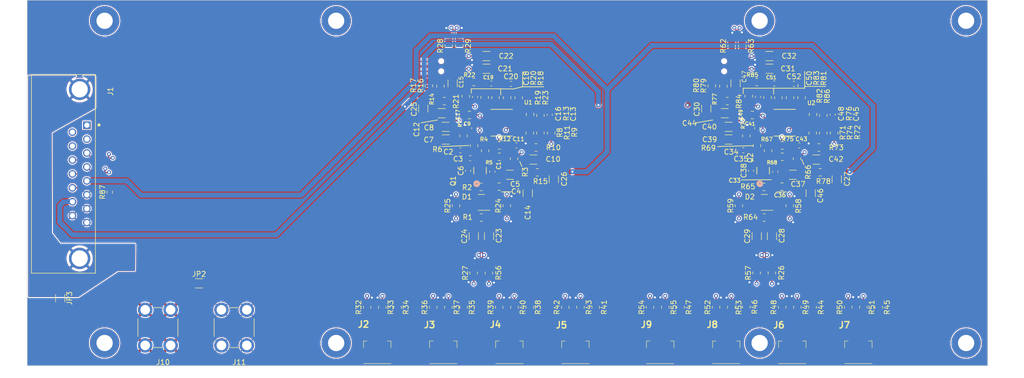
<source format=kicad_pcb>
(kicad_pcb (version 20221018) (generator pcbnew)
  (layers (0 "F.Cu" signal) (1 "In1.Cu" signal) (2 "In2.Cu" signal) (31 "B.Cu" signal) (34 "B.Paste" user) (35 "F.Paste" user) (36 "B.SilkS" user "B.Silkscreen") (37 "F.SilkS" user "F.Silkscreen") (38 "B.Mask" user) (39 "F.Mask" user) (44 "Edge.Cuts" user))
  (net 0 "")
  (net 5 "GND")
  (net 6 "Net-(U1-*PD)")
  (net 7 "Net-(C11-Pad1)")
  (net 8 "Net-(U1-Vocm)")
  (net 9 "Net-(U1-Vs-)")
  (net 10 "Net-(C18-Pad2)")
  (net 11 "Net-(C19-Pad2)")
  (net 12 "Net-(Q1-Pad3)")
  (net 13 "/cold_amplifier_ch1/cold amplifier/inn")
  (net 14 "Net-(C4-Pad1)")
  (net 15 "/cold_amplifier_ch1/cold amplifier/inp")
  (net 16 "Net-(C9-Pad1)")
  (net 17 "/cold_amplifier_ch1/cold amplifier/outn")
  (net 18 "Net-(C10-Pad2)")
  (net 19 "Net-(C13-Pad1)")
  (net 20 "/cold_amplifier_ch1/cold amplifier/outp")
  (net 21 "Net-(C20-Pad2)")
  (net 22 "/+CE_R")
  (net 23 "/+CE")
  (net 24 "Net-(J2-Pad1)")
  (net 25 "/cold_amplifier_ch1/sipmA+")
  (net 26 "/cold_amplifier_ch1/sipmA-")
  (net 27 "Net-(J3-Pad1)")
  (net 28 "Net-(J4-Pad1)")
  (net 29 "Net-(J5-Pad1)")
  (net 30 "Net-(R11-Pad2)")
  (net 31 "Net-(R10-Pad2)")
  (net 32 "Net-(R18-Pad1)")
  (net 33 "Net-(R19-Pad1)")
  (net 34 "Net-(R27-Pad1)")
  (net 35 "Net-(R32-Pad2)")
  (net 36 "/cold_amplifier_ch1/sipmB+")
  (net 37 "/cold_amplifier_ch1/sipmB-")
  (net 38 "/cold_amplifier_ch1/sipmC-")
  (net 39 "/cold_amplifier_ch1/sipmC+")
  (net 40 "/cold_amplifier_ch1/sipmD-")
  (net 41 "/cold_amplifier_ch1/sipmD+")
  (net 42 "/cold_amplifier_ch1/input-")
  (net 43 "/cold_amplifier_ch1/input+")
  (net 44 "/cold_amplifier_ch1/output+")
  (net 45 "/cold_amplifier_ch1/output-")
  (net 46 "/out2-")
  (net 47 "/out1-")
  (net 48 "/out2+")
  (net 49 "/out1+")
  (net 50 "/cold_amplifier_ch2/input-")
  (net 51 "/cold_amplifier_ch2/cold amplifier/inn")
  (net 52 "/cold_amplifier_ch2/input+")
  (net 53 "/cold_amplifier_ch2/cold amplifier/inp")
  (net 54 "/cold_amplifier_ch2/cold amplifier/outp")
  (net 55 "/cold_amplifier_ch2/output+")
  (net 56 "/cold_amplifier_ch2/cold amplifier/outn")
  (net 57 "/cold_amplifier_ch2/output-")
  (net 58 "Net-(C36-Pad1)")
  (net 59 "Net-(C41-Pad1)")
  (net 60 "Net-(U2-*PD)")
  (net 61 "Net-(C42-Pad2)")
  (net 62 "Net-(C43-Pad1)")
  (net 63 "Net-(U2-Vs-)")
  (net 64 "Net-(C45-Pad1)")
  (net 65 "Net-(U2-Vocm)")
  (net 66 "Net-(C50-Pad2)")
  (net 67 "Net-(C51-Pad2)")
  (net 68 "Net-(C52-Pad2)")
  (net 69 "Net-(J6-Pad1)")
  (net 70 "/cold_amplifier_ch2/sipmC-")
  (net 71 "/cold_amplifier_ch2/sipmC+")
  (net 72 "Net-(J7-Pad1)")
  (net 73 "/cold_amplifier_ch2/sipmD-")
  (net 74 "/cold_amplifier_ch2/sipmD+")
  (net 75 "Net-(J8-Pad1)")
  (net 76 "/cold_amplifier_ch2/sipmB-")
  (net 77 "/cold_amplifier_ch2/sipmB+")
  (net 78 "Net-(J9-Pad1)")
  (net 79 "/cold_amplifier_ch2/sipmA-")
  (net 80 "/cold_amplifier_ch2/sipmA+")
  (net 81 "Net-(Q2-Pad3)")
  (net 82 "Net-(R26-Pad1)")
  (net 83 "Net-(R49-Pad1)")
  (net 84 "Net-(R71-Pad2)")
  (net 85 "Net-(R73-Pad2)")
  (net 86 "Net-(R81-Pad1)")
  (net 87 "Net-(R82-Pad1)")
  (net 88 "Net-(J10-1)")
  (net 89 "Net-(JP3-A)")
  (net 90 "Net-(J1-Pad13)")
  (footprint "Resistor_SMD:R_0805_2012Metric" (layer "F.Cu") (at 130.386449 123.2816 90)
    (fp_text reference "R36")
    (fp_text value "1" hide)
  )
  (footprint "Capacitor_SMD:C_1206_3216Metric" (layer "F.Cu") (at 154.136849 98.0556 90)
    (fp_text reference "C26")
    (fp_text value "47u" hide)
  )
  (footprint "Resistor_SMD:R_0805_2012Metric" (layer "F.Cu") (at 187.517463 79.7055 90)
    (fp_text reference "R79")
    (fp_text value "R" hide)
  )
  (footprint "Resistor_SMD:R_0805_2012Metric" (layer "F.Cu") (at 136.814049 81.6848 90)
    (fp_text reference "R21")
    (fp_text value "68" hide)
  )
  (footprint "Capacitor_SMD:C_0805_2012Metric" (layer "F.Cu") (at 193.207063 85.3932 180)
    (fp_text reference "C49")
    (fp_text value "10n" hide)
  )
  (footprint "Resistor_SMD:R_0805_2012Metric" (layer "F.Cu") (at 196.204263 81.9388 -90)
    (fp_text reference "R83")
    (fp_text value "33K" hide)
  )
  (footprint "Resistor_SMD:R_0805_2012Metric" (layer "F.Cu") (at 199.099863 93.6228)
    (fp_text reference "R68")
    (fp_text value "15k" hide)
  )
  (footprint "Resistor_SMD:R_0805_2012Metric" (layer "F.Cu") (at 199.068264 123.2816 90)
    (fp_text reference "R48")
    (fp_text value "1" hide)
  )
  (footprint "Resistor_SMD:R_0805_2012Metric" (layer "F.Cu") (at 185.231463 79.6547 -90)
    (fp_text reference "R80")
    (fp_text value "R" hide)
  )
  (footprint "Capacitor_SMD:C_0603_1608Metric" (layer "F.Cu") (at 194.324663 81.8372 -90)
    (fp_text reference "C50")
    (fp_text value "68p" hide)
  )
  (footprint "Resistor_SMD:R_0805_2012Metric" (layer "F.Cu") (at 194.121463 91.4384 90)
    (fp_text reference "R69")
    (fp_text value "68" hide)
  )
  (footprint "Capacitor_SMD:C_1206_3216Metric" (layer "F.Cu") (at 132.851649 87.73 180)
    (fp_text reference "C8")
    (fp_text value "100n" hide)
  )
  (footprint "Resistor_SMD:R_0805_2012Metric" (layer "F.Cu") (at 206.567463 96.684 180)
    (fp_text reference "R78")
    (fp_text value "4R7" hide)
  )
  (footprint "Resistor_SMD:R_0805_2012Metric" (layer "F.Cu") (at 138.439649 91.4384 90)
    (fp_text reference "R6")
    (fp_text value "68" hide)
  )
  (footprint "Resistor_SMD:R_0805_2012Metric" (layer "F.Cu") (at 144.886449 103.2816 90)
    (fp_text reference "R24")
    (fp_text value "1K2" hide)
  )
  (footprint "User_footprints:KEYSTONE_7701-3" (layer "F.Cu") (at 91.2204 127.2884 180)
    (fp_text reference "J11")
    (fp_text value "7701-3")
  )
  (footprint "Capacitor_SMD:C_0805_2012Metric" (layer "F.Cu") (at 143.367249 99.5156)
    (fp_text reference "C4")
    (fp_text value "3n" hide)
  )
  (footprint "Capacitor_SMD:C_0603_1608Metric" (layer "F.Cu") (at 192.953063 96.379 90)
    (fp_text reference "C38")
    (fp_text value "10p" hide)
  )
  (footprint "MountingHole:MountingHole_3.2mm_M3_Pad" (layer "F.Cu") (at 194.6402 66.8274)
    (fp_text reference "REF**" hide)
    (fp_text value "MountingHole_3.2mm_M3_Pad")
  )
  (footprint "Capacitor_SMD:C_1206_3216Metric" (layer "F.Cu") (at 197.068263 109.2816 90)
    (fp_text reference "C28")
    (fp_text value "100n" hide)
  )
  (footprint "Resistor_SMD:R_0805_2012Metric" (layer "F.Cu") (at 136.386449 123.2816 -90)
    (fp_text reference "R35")
    (fp_text value "0" hide)
  )
  (footprint "Resistor_SMD:R_0805_2012Metric" (layer "F.Cu") (at 146.313649 94.0292 90)
    (fp_text reference "R3")
    (fp_text value "4R7" hide)
  )
  (footprint "Resistor_SMD:R_0805_2012Metric" (layer "F.Cu") (at 188.279463 82.65)
    (fp_text reference "R77")
    (fp_text value "4R7" hide)
  )
  (footprint "Capacitor_SMD:C_0805_2012Metric" (layer "F.Cu") (at 137.525249 85.3932 180)
    (fp_text reference "C17")
    (fp_text value "10n" hide)
  )
  (footprint "Resistor_SMD:R_0805_2012Metric" (layer "F.Cu") (at 191.225863 71.792 90)
    (fp_text reference "R63")
    (fp_text value "49R9" hide)
  )
  (footprint "Capacitor_SMD:C_1206_3216Metric" (layer "F.Cu") (at 205.805463 94.1816 180)
    (fp_text reference "C42")
    (fp_text value "100n" hide)
  )
  (footprint "Capacitor_SMD:C_0603_1608Metric" (layer "F.Cu") (at 209.005863 85.3424 -90)
    (fp_text reference "C45")
    (fp_text value "1n" hide)
  )
  (footprint "Resistor_SMD:R_0805_2012Metric" (layer "F.Cu") (at 201.995463 94.0292 90)
    (fp_text reference "R66")
    (fp_text value "4R7" hide)
  )
  (footprint "Capacitor_SMD:C_0603_1608Metric" (layer "F.Cu") (at 146.770849 91.3876)
    (fp_text reference "C11")
    (fp_text value "1n" hide)
  )
  (footprint "Capacitor_SMD:C_1206_3216Metric" (layer "F.Cu") (at 132.089649 85.0376 180)
    (fp_text reference "C12")
    (fp_text value "100n" hide)
  )
  (footprint "Resistor_SMD:R_0805_2012Metric" (layer "F.Cu") (at 138.388849 78.8908 180)
    (fp_text reference "R22")
    (fp_text value "49R9" hide)
  )
  (footprint "Capacitor_SMD:C_1206_3216Metric" (layer "F.Cu") (at 209.818663 98.0556 90)
    (fp_text reference "C27")
    (fp_text value "47u" hide)
  )
  (footprint "Capacitor_SMD:C_1206_3216Metric" (layer "F.Cu") (at 145.500849 97.1788)
    (fp_text reference "C5")
    (fp_text value "100n" hide)
  )
  (footprint "Resistor_SMD:R_0805_2012Metric" (layer "F.Cu") (at 194.054222 116.526399 90)
    (fp_text reference "R57")
    (fp_text value "0" hide)
  )
  (footprint "Capacitor_SMD:C_1206_3216Metric" (layer "F.Cu") (at 150.123649 94.1816 180)
    (fp_text reference "C10")
    (fp_text value "100n" hide)
  )
  (footprint "Resistor_SMD:R_0805_2012Metric" (layer "F.Cu") (at 209.310663 88.9492 -90)
    (fp_text reference "R72")
    (fp_text value "15k" hide)
  )
  (footprint "Resistor_SMD:R_0805_2012Metric" (layer "F.Cu") (at 196.305863 92.4544 -90)
    (fp_text reference "R67")
    (fp_text value "4k7" hide)
  )
  (footprint "Resistor_SMD:R_0805_2012Metric" (layer "F.Cu") (at 199.099863 91.3876)
    (fp_text reference "R75")
    (fp_text value "680" hide)
  )
  (footprint "Resistor_SMD:R_0805_2012Metric" (layer "F.Cu") (at 141.372407 116.526399 90)
    (fp_text reference "R56")
    (fp_text value "0" hide)
  )
  (footprint "MountingHole:MountingHole_3.2mm_M3_Pad" (layer "F.Cu") (at 235.2802 66.8274)
    (fp_text reference "REF**" hide)
    (fp_text value "MountingHole_3.2mm_M3_Pad")
  )
  (footprint "Capacitor_SMD:C_1206_3216Metric" (layer "F.Cu") (at 134.223249 79.1467 90)
    (fp_text reference "C15")
    (fp_text value "100n" hide)
  )
  (footprint "Capacitor_SMD:C_0805_2012Metric" (layer "F.Cu") (at 205.145063 85.2916 90)
    (fp_text reference "C48")
    (fp_text value "10n" hide)
  )
  (footprint "Package_TO_SOT_SMD:SOT-23" (layer "F.Cu") (at 139.886449 102.6144 180)
    (fp_text reference "D1")
    (fp_text value "SB01-15C")
  )
  (footprint "Resistor_SMD:R_0805_2012Metric" (layer "F.Cu") (at 143.418049 93.6228)
    (fp_text reference "R5")
    (fp_text value "15k" hide)
  )
  (footprint "MountingHole:MountingHole_3.2mm_M3_Pad" (layer "F.Cu") (at 194.6402 130.3274)
    (fp_text reference "REF**" hide)
    (fp_text value "MountingHole_3.2mm_M3_Pad")
  )
  (footprint "Capacitor_SMD:C_1206_3216Metric" (layer "F.Cu") (at 196.568263 76.2816 180)
    (fp_text reference "C31")
    (fp_text value "100n" hide)
  )
  (footprint "Resistor_SMD:R_0805_2012Metric" (layer "F.Cu") (at 192.038663 89.508 90)
    (fp_text reference "R70")
    (fp_text value "13K" hide)
  )
  (footprint "User_footprints:T1M03FSVL" (layer "F.Cu") (at 201.068264 129.2816 180)
    (fp_text reference "J6")
    (fp_text value "T1M-03-F-SV-L" hide)
  )
  (footprint "Resistor_SMD:R_0805_2012Metric" (layer "F.Cu") (at 129.549649 79.6547 -90)
    (fp_text reference "R17")
    (fp_text value "R" hide)
  )
  (footprint "Resistor_SMD:R_0805_2012Metric" (layer "F.Cu") (at 207.177063 85.4948 90)
    (fp_text reference "R76")
    (fp_text value "680" hide)
  )
  (footprint "Resistor_SMD:R_0805_2012Metric" (layer "F.Cu") (at 135.544049 71.792 90)
    (fp_text reference "R29")
    (fp_text value "49R9" hide)
  )
  (footprint "Capacitor_SMD:C_1206_3216Metric" (layer "F.Cu") (at 201.182663 97.1788)
    (fp_text reference "C37")
    (fp_text value "100n" hide)
  )
  (footprint "User_footprints:AMPHENOL_D15P33E4GV00LF" (layer "F.Cu") (at 60.8204 97 -90)
    (fp_text reference "J1")
    (fp_text value "D15P33E4GV00LF")
  )
  (footprint "Capacitor_SMD:C_0603_1608Metric" (layer "F.Cu") (at 202.452663 91.3876)
    (fp_text reference "C43")
    (fp_text value "1n" hide)
  )
  (footprint "User_footprints:T1M03FSVL" (layer "F.Cu") (at 188.068264 129.2816 180)
    (fp_text reference "J8")
    (fp_text value "T1M-03-F-SV-L" hide)
  )
  (footprint "Capacitor_SMD:C_1206_3216Metric" (layer "F.Cu") (at 132.851649 90.2192 180)
    (fp_text reference "C7")
    (fp_text value "100n" hide)
  )
  (footprint "Capacitor_SMD:C_1206_3216Metric" (layer "F.Cu") (at 188.533463 90.2192 180)
    (fp_text reference "C39")
    (fp_text value "100n")
  )
  (footprint "Capacitor_SMD:C_1206_3216Metric" (layer "F.Cu") (at 138.386449 109.2816 90)
    (fp_text reference "C24")
    (fp_text value "100n" hide)
  )
  (footprint "Resistor_SMD:R_0805_2012Metric" (layer "F.Cu") (at 143.386449 123.2816 90)
    (fp_text reference "R39")
    (fp_text value "1" hide)
  )
  (footprint "Resistor_SMD:R_0805_2012Metric" (layer "F.Cu") (at 176.068263 123.2816 -90)
    (fp_text reference "R55")
    (fp_text value "1" hide)
  )
  (footprint "Resistor_SMD:R_0805_2012Metric" (layer "F.Cu") (at 162.386449 123.2816 -90)
    (fp_text reference "R41")
    (fp_text value "0" hide)
  )
  (footprint "Resistor_SMD:R_0805_2012Metric" (layer "F.Cu") (at 212.068264 123.2816 90)
    (fp_text reference "R50")
    (fp_text value "1" hide)
  )
  (footprint "Resistor_SMD:R_0805_2012Metric" (layer "F.Cu") (at 150.885649 96.684 180)
    (fp_text reference "R15")
    (fp_text value "4R7" hide)
  )
  (footprint "User_footprints:THS4531AID" (layer "F.Cu") (at 199.557063 86.9172 180)
    (fp_text reference "U2")
    (fp_text value "THS4531AID")
  )
  (footprint "Resistor_SMD:R_0805_2012Metric" (layer "F.Cu") (at 200.623863 81.9896 90)
    (fp_text reference "R82")
    (fp_text value "49R9" hide)
  )
  (footprint "Resistor_SMD:R_0805_2012Metric" (layer "F.Cu") (at 143.418049 91.3876)
    (fp_text reference "R12")
    (fp_text value "680" hide)
  )
  (footprint "Resistor_SMD:R_0805_2012Metric" (layer "F.Cu") (at 149.412449 88.9492 90)
    (fp_text reference "R8")
    (fp_text value "30k" hide)
  )
  (footprint "Resistor_SMD:R_0805_2012Metric" (layer "F.Cu") (at 139.862049 105.6116)
    (fp_text reference "R1")
    (fp_text value "20k" hide)
  )
  (footprint "Resistor_SMD:R_0805_2012Metric" (layer "F.Cu") (at 153.628849 88.9492 -90)
    (fp_text reference "R9")
    (fp_text value "15k" hide)
  )
  (footprint "Resistor_SMD:R_0805_2012Metric" (layer "F.Cu") (at 192.012449 123.219403 -90)
    (fp_text reference "R46")
    (fp_text value "0" hide)
  )
  (footprint "User_footprints:T1M03FSVL" (layer "F.Cu") (at 132.386449 129.2816 180)
    (fp_text reference "J3")
    (fp_text value "T1M-03-F-SV-L" hide)
  )
  (footprint "Resistor_SMD:R_0805_2012Metric" (layer "F.Cu") (at 173.068264 123.2816 90)
    (fp_text reference "R54")
    (fp_text value "1" hide)
  )
  (footprint "Capacitor_SMD:C_0603_1608Metric" (layer "F.Cu") (at 135.747249 92.3528 180)
    (fp_text reference "C2")
    (fp_text value "1n" hide)
  )
  (footprint "Capacitor_SMD:C_1206_3216Metric" (layer "F.Cu") (at 141.386449 109.2816 90)
    (fp_text reference "C23")
    (fp_text value "100n" hide)
  )
  (footprint "User_footprints:T1M03FSVL" (layer "F.Cu") (at 158.386449 129.2816 180)
    (fp_text reference "J5")
    (fp_text value "T1M-03-F-SV-L" hide)
  )
  (footprint "Resistor_SMD:R_0805_2012Metric" (layer "F.Cu") (at 151.495249 88.9492 90)
    (fp_text reference "R11")
    (fp_text value "5k1" hide)
  )
  (footprint "Resistor_SMD:R_0805_2012Metric" (layer "F.Cu") (at 150.631649 91.794)
    (fp_text reference "R10")
    (fp_text value "475" hide)
  )
  (footprint "Resistor_SMD:R_0805_2012Metric" (layer "F.Cu") (at 140.624049 92.4544 -90)
    (fp_text reference "R4")
    (fp_text value "4k7" hide)
  )
  (footprint "Capacitor_SMD:C_0603_1608Metric" (layer "F.Cu") (at 141.843249 79.1956 180)
    (fp_text reference "C19")
    (fp_text value "470p" hide)
  )
  (footprint "User_footprints:THS4531AID" (layer "F.Cu") (at 143.875249 86.9172 180)
    (fp_text reference "U1")
    (fp_text value "THS4531AID")
  )
  (footprint "Capacitor_SMD:C_0603_1608Metric" (layer "F.Cu") (at 142.046449 96.5692 90)
    (fp_text reference "C1")
    (fp_text value "1n" hide)
  )
  (footprint "User_footprints:BFP640ESDH6327XTSA1" (layer "F.Cu") (at 195.328001 96.361601 90)
    (fp_text reference "Q2")
    (fp_text value "BFP640")
  )
  (footprint "Resistor_SMD:R_0603_1608Metric" (layer "F.Cu") (at 66.7512 100.5962 90)
    (fp_text reference "R87")
    (fp_text value "0" hide)
  )
  (footprint "MountingHole:MountingHole_3.2mm_M3_Pad" (layer "F.Cu") (at 111.3028 66.8274)
    (fp_text reference "REF**" hide)
    (fp_text value "MountingHole_3.2mm_M3_Pad")
  )
  (footprint "User_footprints:BFP640ESDH6327XTSA1" (layer "F.Cu") (at 139.612001 96.361601 90)
    (fp_text reference "Q1")
    (fp_text value "BFP640")
  )
  (footprint "Resistor_SMD:R_0805_2012Metric" (layer "F.Cu") (at 205.094263 88.9492 90)
    (fp_text reference "R71")
    (fp_text value "30k" hide)
  )
  (footprint "Capacitor_SMD:C_1206_3216Metric" (layer "F.Cu") (at 184.125321 84.1408 90)
    (fp_text reference "C30")
    (fp_text value "47u" hide)
  )
  (footprint "Resistor_SMD:R_0805_2012Metric" (layer "F.Cu") (at 149.386449 123.2816 -90)
    (fp_text reference "R38")
    (fp_text value "0" hide)
  )
  (footprint "MountingHole:MountingHole_3.2mm_M3_Pad" (layer "F.Cu") (at 111.3028 130.3274)
    (fp_text reference "REF**" hide)
    (fp_text value "MountingHole_3.2mm_M3_Pad")
  )
  (footprint "Capacitor_SMD:C_0603_1608Metric" (layer "F.Cu") (at 194.172263 87.984 90)
    (fp_text reference "C41")
    (fp_text value "68p" hide)
  )
  (footprint "Resistor_SMD:R_0805_2012Metric" (layer "F.Cu") (at 156.386449 123.2816 90)
    (fp_text reference "R42")
    (fp_text value "1" hide)
  )
  (footprint "Capacitor_SMD:C_0805_2012Metric" (layer "F.Cu") (at 149.463249 85.2916 90)
    (fp_text reference "C16")
    (fp_text value "10n" hide)
  )
  (footprint "Capacitor_SMD:C_1206_3216Metric" (layer "F.Cu") (at 140.886449 76.2816 180)
    (fp_text reference "C21")
    (fp_text value "100n" hide)
  )
  (footprint "Resistor_SMD:R_0805_2012Metric" (layer "F.Cu") (at 198.337863 81.9896 90)
    (fp_text reference "R81")
    (fp_text value "49R9" hide)
  )
  (footprint "Resistor_SMD:R_0805_2012Metric" (layer "F.Cu") (at 218.068264 123.2816 -90)
    (fp_text reference "R45")
    (fp_text value "0" hide)
  )
  (footprint "Capacitor_SMD:C_1206_3216Metric" (layer "F.Cu") (at 188.533463 87.73 180)
    (fp_text reference "C40")
    (fp_text value "100n" hide)
  )
  (footprint "Resistor_SMD:R_0805_2012Metric" (layer "F.Cu") (at 134.886449 103.2816 90)
    (fp_text reference "R25")
    (fp_text value "1K2" hide)
  )
  (footprint "Resistor_SMD:R_1206_3216Metric" (layer "F.Cu") (at 56.9976 121.5029 -90)
    (fp_text reference "JP3")
    (fp_text value "Jumper_2_Open")
  )
  (footprint "User_footprints:T1M03FSVL" (layer "F.Cu") (at 175.068264 129.2816 180)
    (fp_text reference "J9")
    (fp_text value "T1M-03-F-SV-L" hide)
  )
  (footprint "Resistor_SMD:R_0805_2012Metric" (layer "F.Cu") (at 132.597649 82.65)
    (fp_text reference "R14")
    (fp_text value "4R7" hide)
  )
  (footprint "Capacitor_SMD:C_1206_3216Metric" (layer "F.Cu") (at 196.568263 73.7816 180)
    (fp_text reference "C32")
    (fp_text value "100n" hide)
  )
  (footprint "User_footprints:T1M03FSVL" (layer "F.Cu") (at 145.386449 129.2816 180)
    (fp_text reference "J4")
    (fp_text value "T1M-03-F-SV-L" hide)
  )
  (footprint "Resistor_SMD:R_0805_2012Metric" (layer "F.Cu") (at 194.070663 78.8908 180)
    (fp_text reference "R85")
    (fp_text value "49R9" hide)
  )
  (footprint "Capacitor_SMD:C_0603_1608Metric" (layer "F.Cu") (at 137.677649 93.9276 180)
    (fp_text reference "C3")
    (fp_text value "1n" hide)
  )
  (footprint "Resistor_SMD:R_0805_2012Metric" (layer "F.Cu") (at 206.313463 91.794)
    (fp_text reference "R73")
    (fp_text value "475" hide)
  )
  (footprint "Resistor_SMD:R_0805_2012Metric" (layer "F.Cu") (at 179.068263 123.2816 -90)
    (fp_text reference "R47")
    (fp_text value "0" hide)
  )
  (footprint "Resistor_SMD:R_0805_2012Metric" (layer "F.Cu") (at 151.495249 85.4948 90)
    (fp_text reference "R13")
    (fp_text value "680" hide)
  )
  (footprint "Resistor_SMD:R_0805_2012Metric" (layer "F.Cu") (at 215.068264 123.2816 -90)
    (fp_text reference "R51")
    (fp_text value "1" hide)
  )
  (footprint "MountingHole:MountingHole_3.2mm_M3_Pad" (layer "F.Cu") (at 65.7352 130.3274 90)
    (fp_text reference "REF**" hide)
    (fp_text value "MountingHole_3.2mm_M3_Pad")
  )
  (footprint "Resistor_SMD:R_0805_2012Metric" (layer "F.Cu") (at 139.811249 99.5664)
    (fp_text reference "R2")
    (fp_text value "3" hide)
  )
  (footprint "Capacitor_SMD:C_0805_2012Metric" (layer "F.Cu") (at 199.049063 99.5156)
    (fp_text reference "C36")
    (fp_text value "3n" hide)
  )
  (footprint "Resistor_SMD:R_0805_2012Metric" (layer "F.Cu") (at 123.386449 123.2816 -90)
    (fp_text reference "R34")
    (fp_text value "0" hide)
  )
  (footprint "Resistor_SMD:R_0805_2012Metric" (layer "F.Cu") (at 200.568263 103.2816 90)
    (fp_text reference "R58")
    (fp_text value "1K2" hide)
  )
  (footprint "Resistor_SMD:R_0805_2012Metric" (layer "F.Cu") (at 136.356849 89.508 90)
    (fp_text reference "R7")
    (fp_text value "13K" hide)
  )
  (footprint "Resistor_SMD:R_0805_2012Metric" (layer "F.Cu") (at 186.068264 123.2816 90)
    (fp_text reference "R52")
    (fp_text value "1" hide)
  )
  (footprint "Resistor_SMD:R_0805_2012Metric" (layer "F.Cu") (at 205.068264 123.2816 -90)
    (fp_text reference "R44")
    (fp_text value "0" hide)
  )
  (footprint "Capacitor_SMD:C_1206_3216Metric" (layer "F.Cu") (at 140.886449 73.7816 180)
    (fp_text reference "C22")
    (fp_text value "100n" hide)
  )
  (footprint "Capacitor_SMD:C_0603_1608Metric" (layer "F.Cu") (at 153.324049 85.3424 -90)
    (fp_text reference "C13")
    (fp_text value "1n" hide)
  )
  (footprint "User_footprints:KEYSTONE_7701-3" (layer "F.Cu") (at 76.2204 127.2884 180)
    (fp_text reference "J10")
    (fp_text value "7701-3")
  )
  (footprint "Resistor_SMD:R_0805_2012Metric" (layer "F.Cu") (at 131.835649 79.7055 90)
    (fp_text reference "R16")
    (fp_text value "R" hide)
  )
  (footprint "Capacitor_SMD:C_1206_3216Metric" (layer "F.Cu") (at 128.443507 84.1408 90)
    (fp_text reference "C25")
    (fp_text value "47u" hide)
  )
  (footprint "Resistor_SMD:R_0805_2012Metric" (layer "F.Cu") (at 144.942049 81.9896 90)
    (fp_text reference "R19")
    (fp_text value "49R9" hide)
  )
  (footprint "Resistor_SMD:R_0805_2012Metric" (layer "F.Cu") (at 190.568263 103.2816 90)
    (fp_text reference "R59")
    (fp_text value "1K2" hide)
  )
  (footprint "User_footprints:T1M03FSVL" (layer "F.Cu") (at 214.068264 129.2816 180)
    (fp_text reference "J7")
    (fp_text value "T1M-03-F-SV-L" hide)
  )
  (footprint "Resistor_SMD:R_0805_2012Metric" (layer "F.Cu") (at 133.386449 123.2816 -90)
    (fp_text reference "R37")
    (fp_text value "1" hide)
  )
  (footprint "Capacitor_SMD:C_1206_3216Metric" (layer "F.Cu") (at 204.687863 100.7988 -90)
    (fp_text reference "C46")
    (fp_text value "100n" hide)
  )
  (footprint "Resistor_SMD:R_0805_2012Metric" (layer "F.Cu") (at 133.461249 71.792 90)
    (fp_text reference "R28")
    (fp_text value "49R9" hide)
  )
  (footprint "Capacitor_SMD:C_1206_3216Metric" (layer "F.Cu") (at 189.905063 79.1467 90)
    (fp_text reference "C47")
    (fp_text value "100n" hide)
  )
  (footprint "Resistor_SMD:R_0805_2012Metric" (layer "F.Cu") (at 195.493063 99.5664)
    (fp_text reference "R65")
    (fp_text value "3" hide)
  )
  (footprint "Capacitor_SMD:C_0603_1608Metric" (layer "F.Cu") (at 191.429063 92.3528 180)
    (fp_text reference "C34")
    (fp_text value "1n" hide)
  )
  (footprint "Capacitor_SMD:C_0603_1608Metric" (layer "F.Cu") (at 145.704049 79.2464)
    (fp_text reference "C20")
    (fp_text value "470p" hide)
  )
  (footprint "Resistor_SMD:R_0805_2012Metric" (layer "F.Cu") (at 138.372407 116.526399 90)
    (fp_text reference "R27")
    (fp_text value "0" hide)
  )
  (footprint "Resistor_SMD:R_1206_3216Metric" (layer "F.Cu") (at 84.328 118.5672)
    (fp_text reference "JP2")
    (fp_text value "Jumper_2_Open")
  )
  (footprint "Capacitor_SMD:C_0603_1608Metric" (layer "F.Cu") (at 201.385863 79.2464)
    (fp_text reference "C52")
    (fp_text value "470p" hide)
  )
  (footprint "Capacitor_SMD:C_0603_1608Metric" (layer "F.Cu") (at 193.359463 93.9276 180)
    (fp_text reference "C35")
    (fp_text value "1n" hide)
  )
  (footprint "Resistor_SMD:R_0805_2012Metric" (layer "F.Cu") (at 140.522449 81.9388 -90)
    (fp_text reference "R20")
    (fp_text value "33K" hide)
  )
  (footprint "Capacitor_SMD:C_0603_1608Metric" (layer "F.Cu") (at 137.271249 96.379 90)
    (fp_text reference "C6")
    (fp_text value "10p" hide)
  )
  (footprint "Resistor_SMD:R_0805_2012Metric" (layer "F.Cu") (at 146.386449 123.2816 -90)
    (fp_text reference "R40")
    (fp_text value "1" hide)
  )
  (footprint "Resistor_SMD:R_0805_2012Metric" (layer "F.Cu") (at 195.543863 105.6116)
    (fp_text reference "R64")
    (fp_text value "20k" hide)
  )
  (footprint "Capacitor_SMD:C_1206_3216Metric" (layer "F.Cu") (at 149.006049 100.7988 -90)
    (fp_text reference "C14")
    (fp_text value "100n" hide)
  )
  (footprint "Capacitor_SMD:C_1206_3216Metric" (layer "F.Cu") (at 187.771463 85.0376 180)
    (fp_text reference "C44")
    (fp_text value "100n" hide)
  )
  (footprint "MountingHole:MountingHole_3.2mm_M3_Pad" (layer "F.Cu") (at 235.2802 130.3274)
    (fp_text reference "REF**" hide)
    (fp_text value "MountingHole_3.2mm_M3_Pad")
  )
  (footprint "Capacitor_SMD:C_1206_3216Metric" (layer "F.Cu") (at 194.068263 109.2816 90)
    (fp_text reference "C29")
    (fp_text value "100n" hide)
  )
  (footprint "Resistor_SMD:R_0805_2012Metric" (layer "F.Cu") (at 197.054222 116.526399 90)
    (fp_text reference "R26")
    (fp_text value "0" hide)
  )
  (footprint "Resistor_SMD:R_0805_2012Metric" (layer "F.Cu") (at 142.656049 81.9896 90)
    (fp_text reference "R18")
    (fp_text value "49R9" hide)
  )
  (footprint "Resistor_SMD:R_0805_2012Metric" (layer "F.Cu") (at 202.068264 123.2816 -90)
    (fp_text reference "R49")
    (fp_text value "1" hide)
  )
  (footprint "Resistor_SMD:R_0805_2012Metric" (layer "F.Cu") (at 189.143063 71.792 90)
    (fp_text reference "R62")
    (fp_text value "49R9" hide)
  )
  (footprint "Resistor_SMD:R_0805_2012Metric" (layer "F.Cu") (at 192.495863 81.6848 90)
    (fp_text reference "R84")
    (fp_text value "68" hide)
  )
  (footprint "Capacitor_SMD:C_0603_1608Metric" (layer "F.Cu") (at 197.525063 79.1956 180)
    (fp_text reference "C51")
    (fp_text value "470p" hide)
  )
  (footprint "Resistor_SMD:R_0805_2012Metric" (layer "F.Cu") (at 189.068264 123.2816 -90)
    (fp_text reference "R53")
    (fp_text value "1" hide)
  )
  (footprint "Package_TO_SOT_SMD:SOT-23" (layer "F.Cu") (at 195.568263 102.6144 180)
    (fp_text reference "D2")
    (fp_text value "SB01-15C")
  )
  (footprint "Resistor_SMD:R_0805_2012Metric" (layer "F.Cu") (at 117.386449 123.2816 90)
    (fp_text reference "R32")
    (fp_text value "1" hide)
  )
  (footprint "MountingHole:MountingHole_3.2mm_M3_Pad" (layer "F.Cu") (at 65.7352 66.8274)
    (fp_text reference "REF**" hide)
    (fp_text value "MountingHole_3.2mm_M3_Pad")
  )
  (footprint "Resistor_SMD:R_0805_2012Metric" (layer "F.Cu") (at 202.909863 81.9896 -90)
    (fp_text reference "R86")
    (fp_text value "49R9" hide)
  )
  (footprint "Resistor_SMD:R_0805_2012Metric" (layer "F.Cu") (at 147.228049 81.9896 -90)
    (fp_text reference "R23")
    (fp_text value "49R9" hide)
  )
  (footprint "Resistor_SMD:R_0805_2012Metric" (layer "F.Cu") (at 159.386449 123.2816 -90)
    (fp_text reference "R43")
    (fp_text value "1" hide)
  )
  (footprint "Capacitor_SMD:C_0603_1608Metric" (layer "F.Cu") (at 138.490449 87.984 90)
    (fp_text reference "C9")
    (fp_text value "68p" hide)
  )
  (footprint "User_footprints:T1M03FSVL" (layer "F.Cu") (at 119.386449 129.2816 180)
    (fp_text reference "J2")
    (fp_text value "T1M-03-F-SV-L" hide)
  )
  (footprint "Resistor_SMD:R_0805_2012Metric" (layer "F.Cu") (at 207.177063 88.9492 90)
    (fp_text reference "R74")
    (fp_text value "5k1" hide)
  )
  (footprint "Resistor_SMD:R_0805_2012Metric" (layer "F.Cu") (at 120.386449 123.2816 -90)
    (fp_text reference "R33")
    (fp_text value "1" hide)
  )
  (footprint "Capacitor_SMD:C_0603_1608Metric" (layer "F.Cu") (at 197.728263 96.5692 90)
    (fp_text reference "C33")
    (fp_text value "1n" hide)
  )
  (footprint "Capacitor_SMD:C_0603_1608Metric" (layer "F.Cu") (at 138.642849 81.8372 -90)
    (fp_text reference "C18")
    (fp_text value "68p" hide)
  )
  (gr_line (start 148.001507 79.8228) (end 146.121907 80.28) (stroke (width 0.15)) (layer "F.SilkS"))
  (gr_line (start 137.892307 80.2292) (end 137.892307 81.0928) (stroke (width 0.15)) (layer "F.SilkS"))
  (gr_line (start 203.5048 80.1116) (end 203.5048 79.756) (stroke (width 0.15)) (layer "F.SilkS"))
  (gr_line (start 191.0588 98.1964) (end 196.9516 98.1456) (stroke (width 0.15)) (layer "F.SilkS"))
  (gr_line (start 197.4088 80.1116) (end 203.5048 80.1116) (stroke (width 0.15)) (layer "F.SilkS"))
  (gr_line (start 146.121907 80.28) (end 143.073907 80.2292) (stroke (width 0.15)) (layer "F.SilkS"))
  (gr_line (start 148.001507 79.8228) (end 152.167107 79.8228) (stroke (width 0.15)) (layer "F.SilkS"))
  (gr_line (start 199.948122 100.5492) (end 198.017722 100.5492) (stroke (width 0.15)) (layer "F.SilkS"))
  (gr_line (start 147.849107 95.52) (end 147.442707 94.5548) (stroke (width 0.15)) (layer "F.SilkS"))
  (gr_line (start 127.986307 86.9348) (end 131.237507 86.376) (stroke (width 0.15)) (layer "F.SilkS"))
  (gr_line (start 191.4144 80.1116) (end 191.4144 81.2038) (stroke (width 0.15)) (layer "F.SilkS"))
  (gr_line (start 145.766307 100.5492) (end 143.835907 100.5492) (stroke (width 0.15)) (layer "F.SilkS"))
  (gr_line (start 148.001507 79.4164) (end 148.001507 79.8228) (stroke (width 0.15)) (layer "F.SilkS"))
  (gr_line (start 203.5048 79.3496) (end 203.5048 79.756) (stroke (width 0.15)) (layer "F.SilkS"))
  (gr_line (start 203.3524 95.1738) (end 202.946 94.2086) (stroke (width 0.15)) (layer "F.SilkS"))
  (gr_line (start 203.5048 76.8096) (end 203.5048 79.3496) (stroke (width 0.15)) (layer "F.SilkS"))
  (gr_line (start 197.4088 80.1116) (end 197.4088 81.28) (stroke (width 0.15)) (layer "F.SilkS"))
  (gr_line (start 197.4088 80.1116) (end 191.4144 80.1116) (stroke (width 0.15)) (layer "F.SilkS"))
  (gr_line (start 186.384522 91.6084) (end 193.386463 91.4384) (stroke (width 0.15)) (layer "F.SilkS"))
  (gr_line (start 182.168122 86.9348) (end 185.419322 86.376) (stroke (width 0.15)) (layer "F.SilkS"))
  (gr_line (start 203.5048 79.756) (end 207.6704 79.756) (stroke (width 0.15)) (layer "F.SilkS"))
  (gr_line (start 143.683507 80.28) (end 143.683507 81.4484) (stroke (width 0.15)) (layer "F.SilkS"))
  (gr_line (start 148.001507 76.8764) (end 148.001507 79.4164) (stroke (width 0.15)) (layer "F.SilkS"))
  (gr_line (start 143.073907 80.2292) (end 137.892307 80.2292) (stroke (width 0.15)) (layer "F.SilkS"))
  (gr_line (start 202.183322 79.4164) (end 202.183322 79.8228) (stroke (width 0.15)) (layer "F.SilkS"))
  (gr_line (start 132.202707 91.6084) (end 137.384307 91.4052) (stroke (width 0.15)) (layer "F.SilkS"))
  (gr_rect (start 50.501201 62.783) (end 239.501201 134.783) (stroke (width 0.1)) (fill none) (layer "Edge.Cuts"))
  (segment (start 203.904122 91.3876) (end 204.292922 90.9988) (width 0.25) (layer "F.Cu") (net 5))
  (segment (start 148.222307 91.3876) (end 148.611107 90.9988) (width 0.25) (layer "F.Cu") (net 5))
  (segment (start 203.227664 91.3876) (end 203.904122 91.3876) (width 0.25) (layer "F.Cu") (net 5))
  (segment (start 147.545849 91.3876) (end 148.222307 91.3876) (width 0.25) (layer "F.Cu") (net 5))
  (via (at 189.259962 69.188683) (size 0.8) (drill 0.4) (layers "F.Cu" "B.Cu") (net 5))
  (via (at 193.9976 113.0256) (size 0.8) (drill 0.4) (layers "F.Cu" "B.Cu") (net 5))
  (via (at 142.348648 118.419622) (size 0.8) (drill 0.4) (layers "F.Cu" "B.Cu") (net 5))
  (via (at 145.818817 101.407334) (size 0.8) (drill 0.4) (layers "F.Cu" "B.Cu") (net 5))
  (via (at 193.730035 74.530643) (size 0.8) (drill 0.4) (layers "F.Cu" "B.Cu") (net 5))
  (via (at 175.108026 121.319673) (size 0.8) (drill 0.4) (layers "F.Cu" "B.Cu") (net 5))
  (via (at 189.872053 106.498744) (size 0.8) (drill 0.4) (layers "F.Cu" "B.Cu") (net 5))
  (via (at 141.226225 113.569717) (size 0.8) (drill 0.4) (layers "F.Cu" "B.Cu") (net 5))
  (via (at 118.330907 121.383116) (size 0.8) (drill 0.4) (layers "F.Cu" "B.Cu") (net 5))
  (via (at 189.617359 101.339474) (size 0.8) (drill 0.4) (layers "F.Cu" "B.Cu") (net 5))
  (via (at 191.149293 69.101335) (size 0.8) (drill 0.4) (layers "F.Cu" "B.Cu") (net 5))
  (via (at 133.911388 101.251285) (size 0.8) (drill 0.4) (layers "F.Cu" "B.Cu") (net 5))
  (via (at 214.096027 121.287863) (size 0.8) (drill 0.4) (layers "F.Cu" "B.Cu") (net 5))
  (via (at 200.017277 121.087256) (size 0.8) (drill 0.4) (layers "F.Cu" "B.Cu") (net 5))
  (via (at 138.026499 74.549285) (size 0.8) (drill 0.4) (layers "F.Cu" "B.Cu") (net 5))
  (via (at 134.945907 85.2076) (size 0.8) (drill 0.4) (layers "F.Cu" "B.Cu") (net 5))
  (via (at 187.013861 121.379809) (size 0.8) (drill 0.4) (layers "F.Cu" "B.Cu") (net 5))
  (via (at 192.253322 87.3412) (size 0.8) (drill 0.4) (layers "F.Cu" "B.Cu") (net 5))
  (via (at 131.332138 121.379539) (size 0.8) (drill 0.4) (layers "F.Cu" "B.Cu") (net 5))
  (via (at 148.611107 90.9988) (size 0.8) (drill 0.4) (layers "F.Cu" "B.Cu") (net 5))
  (via (at 204.292922 90.9988) (size 0.8) (drill 0.4) (layers "F.Cu" "B.Cu") (net 5))
  (via (at 132.440816 121.379703) (size 0.8) (drill 0.4) (layers "F.Cu" "B.Cu") (net 5))
  (via (at 198.311391 118.643675) (size 0.8) (drill 0.4) (layers "F.Cu" "B.Cu") (net 5))
  (via (at 213.042733 121.278296) (size 0.8) (drill 0.4) (layers "F.Cu" "B.Cu") (net 5))
  (via (at 134.103145 106.402438) (size 0.8) (drill 0.4) (layers "F.Cu" "B.Cu") (net 5))
  (via (at 145.704869 106.355355) (size 0.8) (drill 0.4) (layers "F.Cu" "B.Cu") (net 5))
  (via (at 190.627722 85.2076) (size 0.8) (drill 0.4) (layers "F.Cu" "B.Cu") (net 5))
  (via (at 144.330831 121.383332) (size 0.8) (drill 0.4) (layers "F.Cu" "B.Cu") (net 5))
  (via (at 197.1472 113.0256) (size 0.8) (drill 0.4) (layers "F.Cu" "B.Cu") (net 5))
  (via (at 200.971897 121.086903) (size 0.8) (drill 0.4) (layers "F.Cu" "B.Cu") (net 5))
  (via (at 193.7436 75.4844) (size 0.8) (drill 0.4) (layers "F.Cu" "B.Cu") (net 5))
  (via (at 201.226867 106.53343) (size 0.8) (drill 0.4) (layers "F.Cu" "B.Cu") (net 5))
  (via (at 136.571507 87.3412) (size 0.8) (drill 0.4) (layers "F.Cu" "B.Cu") (net 5))
  (via (at 136.026552 68.238403) (size 0.8) (drill 0.4) (layers "F.Cu" "B.Cu") (net 5))
  (via (at 138.589019 113.625116) (size 0.8) (drill 0.4) (layers "F.Cu" "B.Cu") (net 5))
  (via (at 132.979497 68.255736) (size 0.8) (drill 0.4) (layers "F.Cu" "B.Cu") (net 5))
  (via (at 201.501631 101.389137) (size 0.8) (drill 0.4) (layers "F.Cu" "B.Cu") (net 5))
  (via (at 174.026381 121.340633) (size 0.8) (drill 0.4) (layers "F.Cu" "B.Cu") (net 5))
  (via (at 145.441913 121.382887) (size 0.8) (drill 0.4) (layers "F.Cu" "B.Cu") (net 5))
  (via (at 192.6336 118.360133) (size 0.8) (drill 0.4) (layers "F.Cu" "B.Cu") (net 5))
  (via (at 138.05257 75.536424) (size 0.8) (drill 0.4) (layers "F.Cu" "B.Cu") (net 5))
  (via (at 119.446004 121.383561) (size 0.8) (drill 0.4) (layers "F.Cu" "B.Cu") (net 5))
  (via (at 137.355724 118.334267) (size 0.8) (drill 0.4) (layers "F.Cu" "B.Cu") (net 5))
  (via (at 157.339853 121.356042) (size 0.8) (drill 0.4) (layers "F.Cu" "B.Cu") (net 5))
  (via (at 158.447197 121.412134) (size 0.8) (drill 0.4) (layers "F.Cu" "B.Cu") (net 5))
  (via (at 188.123834 121.383196) (size 0.8) (drill 0.4) (layers "F.Cu" "B.Cu") (net 5))
  (segment (start 149.006049 99.3238) (end 149.973149 98.3567) (width 0.25) (layer "F.Cu") (net 6))
  (segment (start 150.706649 91.1559) (end 150.706649 93.3046) (width 0.25) (layer "F.Cu") (net 6))
  (segment (start 144.082107 87.5522) (end 145.352107 86.2822) (width 0.25) (layer "F.Cu") (net 6))
  (segment (start 143.175507 88.5604) (end 144.476807 89.8617) (width 0.25) (layer "F.Cu") (net 6))
  (segment (start 135.403107 86.4776) (end 133.216476 86.4776) (width 0.25) (layer "F.Cu") (net 6))
  (segment (start 143.175507 88.5604) (end 142.167307 87.5522) (width 0.25) (layer "F.Cu") (net 6))
  (segment (start 133.216476 86.4776) (end 132.548249 85.809373) (width 0.25) (layer "F.Cu") (net 6))
  (segment (start 149.973149 96.684) (end 149.973149 95.8071) (width 0.25) (layer "F.Cu") (net 6))
  (segment (start 145.352107 86.2822) (end 146.6966 86.2822) (width 0.25) (layer "F.Cu") (net 6))
  (segment (start 140.624049 91.5419) (end 140.624049 90.377742) (width 0.25) (layer "F.Cu") (net 6))
  (segment (start 139.568707 87.7476) (end 139.764107 87.5522) (width 0.25) (layer "F.Cu") (net 6))
  (segment (start 139.764107 87.5522) (end 141.053898 87.5522) (width 0.25) (layer "F.Cu") (net 6))
  (segment (start 132.548249 81.3306) (end 131.835649 80.618) (width 0.25) (layer "F.Cu") (net 6))
  (segment (start 151.583649 94.1816) (end 151.598649 94.1816) (width 0.25) (layer "F.Cu") (net 6))
  (segment (start 141.053898 87.5522) (end 144.082107 87.5522) (width 0.25) (layer "F.Cu") (net 6))
  (segment (start 149.412449 89.8617) (end 150.706649 91.1559) (width 0.25) (layer "F.Cu") (net 6))
  (segment (start 144.476807 89.8617) (end 149.412449 89.8617) (width 0.25) (layer "F.Cu") (net 6))
  (segment (start 150.706649 93.3046) (end 151.583649 94.1816) (width 0.25) (layer "F.Cu") (net 6))
  (segment (start 139.568707 89.3224) (end 139.568707 87.7476) (width 0.25) (layer "F.Cu") (net 6))
  (segment (start 142.167307 87.5522) (end 141.053898 87.5522) (width 0.25) (layer "F.Cu") (net 6))
  (segment (start 132.548249 85.809373) (end 132.548249 81.3306) (width 0.25) (layer "F.Cu") (net 6))
  (segment (start 149.422649 86.2822) (end 149.463249 86.2416) (width 0.25) (layer "F.Cu") (net 6))
  (segment (start 149.973149 98.3567) (end 149.973149 96.684) (width 0.25) (layer "F.Cu") (net 6))
  (segment (start 149.973149 95.8071) (end 151.598649 94.1816) (width 0.25) (layer "F.Cu") (net 6))
  (segment (start 140.624049 90.377742) (end 139.568707 89.3224) (width 0.25) (layer "F.Cu") (net 6))
  (segment (start 146.6966 86.2822) (end 149.422649 86.2822) (width 0.25) (layer "F.Cu") (net 6))
  (via (at 139.568707 88.408) (size 0.8) (drill 0.4) (layers "F.Cu" "B.Cu") (net 6))
  (via (at 135.403107 86.4776) (size 0.8) (drill 0.4) (layers "F.Cu" "B.Cu") (net 6))
  (segment (start 145.995849 91.3876) (end 144.330549 91.3876) (width 0.25) (layer "F.Cu") (net 7))
  (segment (start 134.223249 81.640142) (end 134.223249 80.6217) (width 0.25) (layer "F.Cu") (net 8))
  (segment (start 133.412349 78.793) (end 134.223249 79.6039) (width 0.25) (layer "F.Cu") (net 8))
  (segment (start 134.223249 79.6039) (end 134.223249 80.6217) (width 0.25) (layer "F.Cu") (net 8))
  (segment (start 131.784849 78.7422) (end 131.835649 78.793) (width 0.25) (layer "F.Cu") (net 8))
  (segment (start 138.634529 83.714622) (end 138.458307 83.5384) (width 0.25) (layer "F.Cu") (net 8))
  (segment (start 146.6712 87.5268) (end 146.6966 87.5522) (width 0.25) (layer "F.Cu") (net 8))
  (segment (start 146.6966 87.5522) (end 145.504507 87.5522) (width 0.25) (layer "F.Cu") (net 8))
  (segment (start 145.504507 87.5522) (end 144.699507 88.3572) (width 0.25) (layer "F.Cu") (net 8))
  (segment (start 136.121507 83.5384) (end 134.223249 81.640142) (width 0.25) (layer "F.Cu") (net 8))
  (segment (start 131.835649 78.793) (end 133.412349 78.793) (width 0.25) (layer "F.Cu") (net 8))
  (segment (start 138.458307 83.5384) (end 136.121507 83.5384) (width 0.25) (layer "F.Cu") (net 8))
  (segment (start 129.549649 78.7422) (end 131.784849 78.7422) (width 0.25) (layer "F.Cu") (net 8))
  (via (at 138.634529 83.714622) (size 0.8) (drill 0.4) (layers "F.Cu" "B.Cu") (net 8))
  (via (at 144.699507 88.3572) (size 0.8) (drill 0.4) (layers "F.Cu" "B.Cu") (net 8))
  (segment (start 143.343049 92.6353) (end 143.343049 89.7796) (width 0.25) (layer "F.Cu") (net 9))
  (segment (start 134.613849 83.9884) (end 133.564649 85.0376) (width 0.25) (layer "F.Cu") (net 9))
  (segment (start 132.998249 82.1381) (end 132.998249 80.222842) (width 0.25) (layer "F.Cu") (net 9))
  (segment (start 143.327907 89.5256) (end 143.343049 89.540742) (width 0.25) (layer "F.Cu") (net 9))
  (segment (start 140.293849 86.2822) (end 139.404849 85.3932) (width 0.25) (layer "F.Cu") (net 9))
  (segment (start 144.330549 93.6228) (end 143.343049 92.6353) (width 0.25) (layer "F.Cu") (net 9))
  (segment (start 130.336349 79.7805) (end 129.549649 80.5672) (width 0.25) (layer "F.Cu") (net 9))
  (segment (start 146.313649 93.1167) (end 147.407607 93.1167) (width 0.25) (layer "F.Cu") (net 9))
  (segment (start 133.510149 82.65) (end 133.510149 82.8847) (width 0.25) (layer "F.Cu") (net 9))
  (segment (start 138.488549 85.3799) (end 138.475249 85.3932) (width 0.25) (layer "F.Cu") (net 9))
  (segment (start 144.330549 93.6228) (end 145.807549 93.6228) (width 0.25) (layer "F.Cu") (net 9))
  (segment (start 133.510149 82.65) (end 132.998249 82.1381) (width 0.25) (layer "F.Cu") (net 9))
  (segment (start 153.628849 89.8617) (end 153.628849 91.088942) (width 0.25) (layer "F.Cu") (net 9))
  (segment (start 141.053898 86.2822) (end 140.293849 86.2822) (width 0.25) (layer "F.Cu") (net 9))
  (segment (start 153.640307 91.1004) (end 153.628849 91.088942) (width 0.25) (layer "F.Cu") (net 9))
  (segment (start 132.555907 79.7805) (end 130.336349 79.7805) (width 0.25) (layer "F.Cu") (net 9))
  (segment (start 138.475249 84.8985) (end 140.522449 82.8513) (width 0.25) (layer "F.Cu") (net 9))
  (segment (start 143.343049 89.540742) (end 143.343049 89.7796) (width 0.25) (layer "F.Cu") (net 9))
  (segment (start 147.798307 92.726) (end 147.842207 92.6821) (width 0.25) (layer "F.Cu") (net 9))
  (segment (start 137.841507 83.9884) (end 134.613849 83.9884) (width 0.25) (layer "F.Cu") (net 9))
  (segment (start 138.475249 85.3932) (end 138.475249 84.8985) (width 0.25) (layer "F.Cu") (net 9))
  (segment (start 138.475249 85.3932) (end 138.475249 84.622142) (width 0.25) (layer "F.Cu") (net 9))
  (segment (start 133.510149 82.8847) (end 134.613849 83.9884) (width 0.25) (layer "F.Cu") (net 9))
  (segment (start 132.998249 80.222842) (end 132.555907 79.7805) (width 0.25) (layer "F.Cu") (net 9))
  (segment (start 147.407607 93.1167) (end 147.798307 92.726) (width 0.25) (layer "F.Cu") (net 9))
  (segment (start 139.404849 85.3932) (end 138.475249 85.3932) (width 0.25) (layer "F.Cu") (net 9))
  (segment (start 145.807549 93.6228) (end 146.313649 93.1167) (width 0.25) (layer "F.Cu") (net 9))
  (segment (start 138.475249 84.622142) (end 137.841507 83.9884) (width 0.25) (layer "F.Cu") (net 9))
  (via (at 153.628849 91.088942) (size 0.8) (drill 0.4) (layers "F.Cu" "B.Cu") (net 9))
  (via (at 147.798307 92.726) (size 0.8) (drill 0.4) (layers "F.Cu" "B.Cu") (net 9))
  (via (at 143.343049 89.7796) (size 0.8) (drill 0.4) (layers "F.Cu" "B.Cu") (net 9))
  (via (at 139.568707 85.5124) (size 0.8) (drill 0.4) (layers "F.Cu" "B.Cu") (net 9))
  (segment (start 136.828949 82.6122) (end 136.814049 82.5973) (width 0.25) (layer "F.Cu") (net 10))
  (segment (start 138.642849 82.6122) (end 136.828949 82.6122) (width 0.25) (layer "F.Cu") (net 10))
  (segment (start 141.068249 79.1956) (end 140.712649 78.84) (width 0.25) (layer "F.Cu") (net 11))
  (segment (start 139.352149 78.84) (end 139.301349 78.8908) (width 0.25) (layer "F.Cu") (net 11))
  (segment (start 140.712649 78.84) (end 139.352149 78.84) (width 0.25) (layer "F.Cu") (net 11))
  (segment (start 140.308848 95.355999) (end 140.308848 93.682101) (width 0.25) (layer "F.Cu") (net 12))
  (segment (start 140.879949 93.6228) (end 140.624049 93.3669) (width 0.25) (layer "F.Cu") (net 12))
  (segment (start 142.505549 91.3876) (end 142.505549 89.2559) (width 0.25) (layer "F.Cu") (net 12))
  (segment (start 142.505549 91.3876) (end 142.505549 93.6228) (width 0.25) (layer "F.Cu") (net 12))
  (segment (start 140.308848 93.682101) (end 140.624049 93.3669) (width 0.25) (layer "F.Cu") (net 12))
  (segment (start 142.071849 88.8222) (end 141.053898 88.8222) (width 0.25) (layer "F.Cu") (net 12))
  (segment (start 142.505549 89.2559) (end 142.071849 88.8222) (width 0.25) (layer "F.Cu") (net 12))
  (segment (start 142.505549 93.6228) (end 140.879949 93.6228) (width 0.25) (layer "F.Cu") (net 12))
  (segment (start 139.00885 95.355999) (end 139.00885 94.483801) (width 0.25) (layer "F.Cu") (net 13))
  (segment (start 144.281649 95.35) (end 143.976849 95.6548) (width 0.25) (layer "F.Cu") (net 13))
  (segment (start 136.522249 92.3528) (end 136.580666 92.3528) (width 0.25) (layer "F.Cu") (net 13))
  (segment (start 134.326649 90.2192) (end 135.137649 90.2192) (width 0.25) (layer "F.Cu") (net 13))
  (segment (start 144.129249 99.3276) (end 144.317249 99.5156) (width 0.25) (layer "F.Cu") (net 13))
  (segment (start 142.168449 101.6644) (end 140.822649 101.6644) (width 0.25) (layer "F.Cu") (net 13))
  (segment (start 141.386449 107.8066) (end 141.386449 106.2235) (width 0.25) (layer "F.Cu") (net 13))
  (segment (start 135.290049 91.1206) (end 136.522249 92.3528) (width 0.25) (layer "F.Cu") (net 13))
  (segment (start 140.156435 97.376006) (end 142.014643 97.376006) (width 0.25) (layer "F.Cu") (net 13))
  (segment (start 140.774549 105.6116) (end 140.774549 103.6125) (width 0.25) (layer "F.Cu") (net 13))
  (segment (start 140.774549 103.6125) (end 140.822649 103.5644) (width 0.25) (layer "F.Cu") (net 13))
  (segment (start 140.822649 101.6644) (end 140.822649 103.5644) (width 0.25) (layer "F.Cu") (net 13))
  (segment (start 142.211849 97.1788) (end 142.046449 97.3442) (width 0.25) (layer "F.Cu") (net 13))
  (segment (start 138.155466 93.9276) (end 138.452649 93.9276) (width 0.25) (layer "F.Cu") (net 13))
  (segment (start 136.580666 92.3528) (end 138.155466 93.9276) (width 0.25) (layer "F.Cu") (net 13))
  (segment (start 143.976849 95.6548) (end 144.025849 95.7038) (width 0.25) (layer "F.Cu") (net 13))
  (segment (start 142.014643 97.376006) (end 142.046449 97.3442) (width 0.25) (layer "F.Cu") (net 13))
  (segment (start 144.025849 97.1788) (end 142.211849 97.1788) (width 0.25) (layer "F.Cu") (net 13))
  (segment (start 144.317249 97.4702) (end 144.025849 97.1788) (width 0.25) (layer "F.Cu") (net 13))
  (segment (start 135.290049 90.3716) (end 135.290049 91.1206) (width 0.25) (layer "F.Cu") (net 13))
  (segment (start 139.00885 94.483801) (end 138.452649 93.9276) (width 0.25) (layer "F.Cu") (net 13))
  (segment (start 144.025849 95.7038) (end 144.025849 97.1788) (width 0.25) (layer "F.Cu") (net 13))
  (segment (start 144.317249 99.5156) (end 142.168449 101.6644) (width 0.25) (layer "F.Cu") (net 13))
  (segment (start 145.905349 95.35) (end 144.281649 95.35) (width 0.25) (layer "F.Cu") (net 13))
  (segment (start 144.317249 99.5156) (end 144.317249 97.4702) (width 0.25) (layer "F.Cu") (net 13))
  (segment (start 139.00885 95.355999) (end 137.51925 95.355999) (width 0.25) (layer "F.Cu") (net 13))
  (segment (start 137.51925 95.355999) (end 137.271249 95.604) (width 0.25) (layer "F.Cu") (net 13))
  (segment (start 135.137649 90.2192) (end 135.290049 90.3716) (width 0.25) (layer "F.Cu") (net 13))
  (segment (start 141.386449 106.2235) (end 140.774549 105.6116) (width 0.25) (layer "F.Cu") (net 13))
  (segment (start 146.313649 94.9417) (end 145.905349 95.35) (width 0.25) (layer "F.Cu") (net 13))
  (segment (start 134.326649 87.73) (end 134.326649 90.2192) (width 0.25) (layer "F.Cu") (net 13))
  (segment (start 139.011449 95.3534) (end 139.00885 95.355999) (width 0.25) (layer "F.Cu") (net 13))
  (segment (start 142.417249 99.5156) (end 140.774549 99.5156) (width 0.25) (layer "F.Cu") (net 14))
  (segment (start 140.774549 99.5156) (end 140.723749 99.5664) (width 0.25) (layer "F.Cu") (net 14))
  (segment (start 138.949549 105.6116) (end 138.949549 102.6163) (width 0.25) (layer "F.Cu") (net 15))
  (segment (start 138.439649 92.3509) (end 138.439649 92.708173) (width 0.25) (layer "F.Cu") (net 15))
  (segment (start 139.599049 93.867573) (end 139.599049 93.5103) (width 0.25) (layer "F.Cu") (net 15))
  (segment (start 138.898749 99.5664) (end 138.898749 102.5655) (width 0.25) (layer "F.Cu") (net 15))
  (segment (start 138.898749 99.5664) (end 138.898749 97.486102) (width 0.25) (layer "F.Cu") (net 15))
  (segment (start 137.49325 97.376001) (end 137.271249 97.154) (width 0.25) (layer "F.Cu") (net 15))
  (segment (start 138.898749 97.486102) (end 139.00885 97.376001) (width 0.25) (layer "F.Cu") (net 15))
  (segment (start 138.437749 92.3528) (end 138.439649 92.3509) (width 0.25) (layer "F.Cu") (net 15))
  (segment (start 138.386449 107.8066) (end 138.386449 106.1747) (width 0.25) (layer "F.Cu") (net 15))
  (segment (start 138.898749 102.5655) (end 138.947649 102.6144) (width 0.25) (layer "F.Cu") (net 15))
  (segment (start 139.599049 93.5103) (end 138.439649 92.3509) (width 0.25) (layer "F.Cu") (net 15))
  (segment (start 138.949549 102.6163) (end 138.947649 102.6144) (width 0.25) (layer "F.Cu") (net 15))
  (segment (start 136.509249 90.4205) (end 138.439649 92.3509) (width 0.25) (layer "F.Cu") (net 15))
  (segment (start 136.356849 90.4205) (end 136.509249 90.4205) (width 0.25) (layer "F.Cu") (net 15))
  (segment (start 139.00885 97.066799) (end 139.00885 97.376001) (width 0.25) (layer "F.Cu") (net 15))
  (segment (start 139.658849 96.4168) (end 139.00885 97.066799) (width 0.25) (layer "F.Cu") (net 15))
  (segment (start 139.658849 93.927373) (end 139.658849 96.4168) (width 0.25) (layer "F.Cu") (net 15))
  (segment (start 139.658849 93.927373) (end 139.599049 93.867573) (width 0.25) (layer "F.Cu") (net 15))
  (segment (start 139.00885 97.376001) (end 137.49325 97.376001) (width 0.25) (layer "F.Cu") (net 15))
  (segment (start 138.386449 106.1747) (end 138.949549 105.6116) (width 0.25) (layer "F.Cu") (net 15))
  (segment (start 138.490449 90.4751) (end 138.439649 90.5259) (width 0.25) (layer "F.Cu") (net 16))
  (segment (start 138.490449 88.759) (end 138.490449 90.4751) (width 0.25) (layer "F.Cu") (net 16))
  (segment (start 137.103949 88.5955) (end 138.490449 87.209) (width 0.25) (layer "F.Cu") (net 17))
  (segment (start 144.929049 79.2464) (end 144.929049 81.0641) (width 0.25) (layer "F.Cu") (net 17))
  (segment (start 144.025749 81.0771) (end 144.942049 81.0771) (width 0.25) (layer "F.Cu") (net 17))
  (segment (start 138.813249 86.8862) (end 142.206347 86.8862) (width 0.25) (layer "F.Cu") (net 17))
  (segment (start 144.929049 79.2464) (end 144.929049 76.3492) (width 0.25) (layer "F.Cu") (net 17))
  (segment (start 144.929049 81.0641) (end 144.942049 81.0771) (width 0.25) (layer "F.Cu") (net 17))
  (segment (start 136.356849 88.5955) (end 137.103949 88.5955) (width 0.25) (layer "F.Cu") (net 17))
  (segment (start 144.929049 76.3492) (end 142.361449 73.7816) (width 0.25) (layer "F.Cu") (net 17))
  (segment (start 138.490449 87.209) (end 138.813249 86.8862) (width 0.25) (layer "F.Cu") (net 17))
  (segment (start 142.206347 86.8862) (end 143.773649 85.318898) (width 0.25) (layer "F.Cu") (net 17))
  (segment (start 143.773649 81.3292) (end 144.025749 81.0771) (width 0.25) (layer "F.Cu") (net 17))
  (segment (start 143.773649 85.318898) (end 143.773649 81.3292) (width 0.25) (layer "F.Cu") (net 17))
  (segment (start 149.719149 93.1111) (end 148.648649 94.1816) (width 0.25) (layer "F.Cu") (net 18))
  (segment (start 149.719149 91.794) (end 149.719149 93.1111) (width 0.25) (layer "F.Cu") (net 18))
  (segment (start 153.324049 84.5674) (end 151.510149 84.5674) (width 0.25) (layer "F.Cu") (net 19))
  (segment (start 151.510149 84.5674) (end 151.495249 84.5823) (width 0.25) (layer "F.Cu") (net 19))
  (segment (start 140.573249 81.0771) (end 140.522449 81.0263) (width 0.25) (layer "F.Cu") (net 20))
  (segment (start 144.027649 77.0752) (end 144.027649 77.8372) (width 0.25) (layer "F.Cu") (net 20))
  (segment (start 142.859249 78.142) (end 142.618249 78.383) (width 0.25) (layer "F.Cu") (net 20))
  (segment (start 144.027649 77.8372) (end 143.976849 77.8372) (width 0.25) (layer "F.Cu") (net 20))
  (segment (start 143.234049 76.2816) (end 144.027649 77.0752) (width 0.25) (layer "F.Cu") (net 20))
  (segment (start 142.656049 81.0771) (end 142.656049 79.2334) (width 0.25) (layer "F.Cu") (net 20))
  (segment (start 142.618249 76.5784) (end 142.505449 76.4656) (width 0.25) (layer "F.Cu") (net 20))
  (segment (start 142.618249 78.383) (end 142.618249 79.1956) (width 0.25) (layer "F.Cu") (net 20))
  (segment (start 138.678749 81.0263) (end 138.642849 81.0622) (width 0.25) (layer "F.Cu") (net 20))
  (segment (start 143.976849 77.8372) (end 143.672049 78.142) (width 0.25) (layer "F.Cu") (net 20))
  (segment (start 142.361449 76.2816) (end 143.234049 76.2816) (width 0.25) (layer "F.Cu") (net 20))
  (segment (start 143.672049 78.142) (end 142.859249 78.142) (width 0.25) (layer "F.Cu") (net 20))
  (segment (start 142.656049 81.0771) (end 140.573249 81.0771) (width 0.25) (layer "F.Cu") (net 20))
  (segment (start 140.522449 81.0263) (end 138.678749 81.0263) (width 0.25) (layer "F.Cu") (net 20))
  (segment (start 147.228049 81.0771) (end 147.228049 79.9954) (width 0.25) (layer "F.Cu") (net 21))
  (segment (start 147.228049 79.9954) (end 146.479049 79.2464) (width 0.25) (layer "F.Cu") (net 21))
  (segment (start 131.570349 82.7648) (end 131.685149 82.65) (width 0.25) (layer "F.Cu") (net 22))
  (segment (start 184.125322 82.6658) (end 187.351164 82.6658) (width 1) (layer "F.Cu") (net 22))
  (segment (start 187.351164 82.6658) (end 187.366964 82.65) (width 0.25) (layer "F.Cu") (net 22))
  (segment (start 124.8272 83.7184) (end 125.8798 82.6658) (width 1) (layer "F.Cu") (net 22))
  (segment (start 181.2326 82.6658) (end 180.434 83.4644) (width 1) (layer "F.Cu") (net 22))
  (segment (start 128.443507 82.6658) (end 131.669349 82.6658) (width 1) (layer "F.Cu") (net 22))
  (segment (start 184.125321 82.6658) (end 181.2326 82.6658) (width 1) (layer "F.Cu") (net 22))
  (segment (start 125.8798 82.6658) (end 128.443507 82.6658) (width 1) (layer "F.Cu") (net 22))
  (segment (start 131.669349 82.6658) (end 131.685149 82.65) (width 0.25) (layer "F.Cu") (net 22))
  (segment (start 187.252164 82.7648) (end 187.366964 82.65) (width 0.25) (layer "F.Cu") (net 22))
  (via (at 162.9156 83.4136) (size 0.8) (drill 0.4) (layers "F.Cu" "B.Cu") (net 22))
  (via (at 124.8272 83.7184) (size 0.8) (drill 0.4) (layers "F.Cu" "B.Cu") (net 22))
  (via (at 180.434 83.4644) (size 0.8) (drill 0.4) (layers "F.Cu" "B.Cu") (net 22))
  (segment (start 153.6192 71.4756) (end 162.9156 80.772) (width 1) (layer "B.Cu") (net 22))
  (segment (start 131.064 71.4756) (end 153.6192 71.4756) (width 1) (layer "B.Cu") (net 22))
  (segment (start 59.436 109.0168) (end 99.5288 109.0168) (width 1) (layer "B.Cu") (net 22))
  (segment (start 56.896 103.2764) (end 56.896 106.4768) (width 1) (layer "B.Cu") (net 22))
  (segment (start 59.4004 102.48) (end 57.6924 102.48) (width 1) (layer "B.Cu") (net 22))
  (segment (start 57.6924 102.48) (end 56.896 103.2764) (width 1) (layer "B.Cu") (net 22))
  (segment (start 124.8272 83.7068) (end 128.6256 79.9084) (width 1) (layer "B.Cu") (net 22))
  (segment (start 99.5288 109.0168) (end 124.8272 83.7184) (width 1) (layer "B.Cu") (net 22))
  (segment (start 162.9156 80.772) (end 162.9156 83.4136) (width 1) (layer "B.Cu") (net 22))
  (segment (start 124.8272 83.7184) (end 124.8272 83.7068) (width 1) (layer "B.Cu") (net 22))
  (segment (start 128.6256 79.9084) (end 128.6256 73.914) (width 1) (layer "B.Cu") (net 22))
  (segment (start 128.6256 73.914) (end 131.064 71.4756) (width 1) (layer "B.Cu") (net 22))
  (segment (start 56.896 106.4768) (end 59.436 109.0168) (width 1) (layer "B.Cu") (net 22))
  (segment (start 209.818664 96.5806) (end 207.583364 96.5806) (width 1) (layer "F.Cu") (net 23))
  (segment (start 207.583364 96.5806) (end 207.479964 96.684) (width 0.25) (layer "F.Cu") (net 23))
  (segment (start 157.7866 96.5806) (end 157.7964 96.5708) (width 0.25) (layer "F.Cu") (net 23))
  (segment (start 212.3266 96.5806) (end 212.3364 96.5708) (width 0.25) (layer "F.Cu") (net 23))
  (segment (start 154.136849 96.5806) (end 157.7866 96.5806) (width 1) (layer "F.Cu") (net 23))
  (segment (start 209.818663 96.5806) (end 212.3266 96.5806) (width 1) (layer "F.Cu") (net 23))
  (segment (start 154.136849 96.5806) (end 151.901549 96.5806) (width 1) (layer "F.Cu") (net 23))
  (segment (start 151.901549 96.5806) (end 151.798149 96.684) (width 0.25) (layer "F.Cu") (net 23))
  (via (at 212.3364 96.5708) (size 0.8) (drill 0.4) (layers "F.Cu" "B.Cu") (net 23))
  (via (at 157.7964 96.5708) (size 0.8) (drill 0.4) (layers "F.Cu" "B.Cu") (net 23))
  (segment (start 62.2404 98.37) (end 70.0744 98.37) (width 1) (layer "B.Cu") (net 23))
  (segment (start 164.6428 92.6084) (end 160.6804 96.5708) (width 1) (layer "B.Cu") (net 23))
  (segment (start 164.6428 80.4672) (end 173.4312 71.6788) (width 1) (layer "B.Cu") (net 23))
  (segment (start 127.0508 78.5368) (end 127.0508 72.644) (width 1) (layer "B.Cu") (net 23))
  (segment (start 216.9668 83.6168) (end 216.9668 91.9404) (width 1) (layer "B.Cu") (net 23))
  (segment (start 127.0508 72.644) (end 129.8956 69.7992) (width 1) (layer "B.Cu") (net 23))
  (segment (start 164.6428 80.4672) (end 164.6428 92.6084) (width 1) (layer "B.Cu") (net 23))
  (segment (start 70.0744 98.37) (end 72.898 101.1936) (width 1) (layer "B.Cu") (net 23))
  (segment (start 216.9668 91.9404) (end 212.3364 96.5708) (width 1) (layer "B.Cu") (net 23))
  (segment (start 216.916 83.6168) (end 216.9668 83.6168) (width 0.25) (layer "B.Cu") (net 23))
  (segment (start 129.8956 69.7992) (end 154.0764 69.7992) (width 1) (layer "B.Cu") (net 23))
  (segment (start 154.0764 69.7992) (end 164.6428 80.3656) (width 1) (layer "B.Cu") (net 23))
  (segment (start 160.6804 96.5708) (end 157.7964 96.5708) (width 1) (layer "B.Cu") (net 23))
  (segment (start 164.6428 80.3656) (end 164.6428 80.4672) (width 0.25) (layer "B.Cu") (net 23))
  (segment (start 173.4312 71.6788) (end 204.978 71.6788) (width 1) (layer "B.Cu") (net 23))
  (segment (start 72.898 101.1936) (end 104.394 101.1936) (width 1) (layer "B.Cu") (net 23))
  (segment (start 204.978 71.6788) (end 216.916 83.6168) (width 1) (layer "B.Cu") (net 23))
  (segment (start 104.394 101.1936) (end 127.0508 78.5368) (width 1) (layer "B.Cu") (net 23))
  (segment (start 120.386449 127.1941) (end 123.386449 124.1941) (width 0.25) (layer "F.Cu") (net 24))
  (segment (start 120.386449 130.0566) (end 120.386449 127.1941) (width 0.25) (layer "F.Cu") (net 24))
  (segment (start 118.386449 128.894099) (end 118.661449 128.619099) (width 0.2) (layer "F.Cu") (net 25))
  (segment (start 118.661449 126.519101) (end 117.386449 125.244101) (width 0.2) (layer "F.Cu") (net 25))
  (segment (start 118.661449 128.619099) (end 118.661449 126.519101) (width 0.2) (layer "F.Cu") (net 25))
  (segment (start 117.386449 125.244101) (end 117.386449 124.1941) (width 0.2) (layer "F.Cu") (net 25))
  (segment (start 118.386449 130.0566) (end 118.386449 128.894099) (width 0.2) (layer "F.Cu") (net 25))
  (segment (start 119.386449 130.0566) (end 119.386449 128.894099) (width 0.2) (layer "F.Cu") (net 26))
  (segment (start 119.111449 128.619099) (end 119.111449 126.519101) (width 0.2) (layer "F.Cu") (net 26))
  (segment (start 120.386449 125.244101) (end 120.386449 124.1941) (width 0.2) (layer "F.Cu") (net 26))
  (segment (start 119.111449 126.519101) (end 120.386449 125.244101) (width 0.2) (layer "F.Cu") (net 26))
  (segment (start 119.386449 128.894099) (end 119.111449 128.619099) (width 0.2) (layer "F.Cu") (net 26))
  (segment (start 133.386449 130.0566) (end 133.386449 127.1941) (width 0.25) (layer "F.Cu") (net 27))
  (segment (start 133.386449 127.1941) (end 136.386449 124.1941) (width 0.25) (layer "F.Cu") (net 27))
  (segment (start 146.386449 130.0566) (end 146.386449 127.1941) (width 0.25) (layer "F.Cu") (net 28))
  (segment (start 146.386449 127.1941) (end 149.386449 124.1941) (width 0.25) (layer "F.Cu") (net 28))
  (segment (start 159.386449 127.1941) (end 162.386449 124.1941) (width 0.25) (layer "F.Cu") (net 29))
  (segment (start 159.386449 130.0566) (end 159.386449 127.1941) (width 0.25) (layer "F.Cu") (net 29))
  (segment (start 151.495249 88.0367) (end 149.412449 88.0367) (width 0.25) (layer "F.Cu") (net 30))
  (segment (start 153.628849 88.0367) (end 151.495249 88.0367) (width 0.25) (layer "F.Cu") (net 30))
  (segment (start 151.495249 86.4073) (end 151.495249 88.0367) (width 0.25) (layer "F.Cu") (net 30))
  (segment (start 146.6966 88.8222) (end 148.626949 88.8222) (width 0.25) (layer "F.Cu") (net 30))
  (segment (start 148.626949 88.8222) (end 149.412449 88.0367) (width 0.25) (layer "F.Cu") (net 30))
  (segment (start 151.495249 91.7451) (end 151.544149 91.794) (width 0.25) (layer "F.Cu") (net 31))
  (segment (start 151.495249 89.8617) (end 151.495249 91.7451) (width 0.25) (layer "F.Cu") (net 31))
  (segment (start 142.656049 84.6312) (end 142.249649 85.0376) (width 0.25) (layer "F.Cu") (net 32))
  (segment (start 142.249649 85.0376) (end 142.224249 85.0122) (width 0.25) (layer "F.Cu") (net 32))
  (segment (start 142.656049 82.9021) (end 142.656049 84.6312) (width 0.25) (layer "F.Cu") (net 32))
  (segment (start 142.224249 85.0122) (end 141.053898 85.0122) (width 0.25) (layer "F.Cu") (net 32))
  (segment (start 145.373849 85.0122) (end 146.6966 85.0122) (width 0.25) (layer "F.Cu") (net 33))
  (segment (start 144.942049 84.5804) (end 145.373849 85.0122) (width 0.25) (layer "F.Cu") (net 33))
  (segment (start 144.942049 82.9021) (end 144.942049 84.5804) (width 0.25) (layer "F.Cu") (net 33))
  (segment (start 120.429649 122.3259) (end 120.386449 122.3691) (width 0.25) (layer "F.Cu") (net 34))
  (segment (start 146.386449 122.3691) (end 146.386449 121.056) (width 0.25) (layer "F.Cu") (net 34))
  (segment (start 138.372407 117.438899) (end 138.372407 118.634) (width 0.25) (layer "F.Cu") (net 34))
  (segment (start 138.384807 117.246899) (end 138.365907 117.227999) (width 0.25) (layer "F.Cu") (net 34))
  (segment (start 120.386449 122.3691) (end 120.386449 121.059858) (width 0.25) (layer "F.Cu") (net 34))
  (segment (start 138.387207 117.249299) (end 138.384807 117.246899) (width 0.25) (layer "F.Cu") (net 34))
  (segment (start 159.386449 122.3691) (end 159.386449 121.056) (width 0.25) (layer "F.Cu") (net 34))
  (segment (start 120.386449 121.059858) (end 120.390307 121.056) (width 0.25) (layer "F.Cu") (net 34))
  (segment (start 133.386449 122.3691) (end 133.418449 122.3371) (width 0.25) (layer "F.Cu") (net 34))
  (segment (start 133.386449 122.3691) (end 133.386449 121.056) (width 0.25) (layer "F.Cu") (net 34))
  (via (at 146.386449 121.056) (size 0.8) (drill 0.4) (layers "F.Cu" "B.Cu") (net 34))
  (via (at 120.390307 121.056) (size 0.8) (drill 0.4) (layers "F.Cu" "B.Cu") (net 34))
  (via (at 133.386449 121.056) (size 0.8) (drill 0.4) (layers "F.Cu" "B.Cu") (net 34))
  (via (at 159.386449 121.056) (size 0.8) (drill 0.4) (layers "F.Cu" "B.Cu") (net 34))
  (via (at 138.372407 118.634) (size 0.8) (drill 0.4) (layers "F.Cu" "B.Cu") (net 34))
  (segment (start 143.386449 122.3691) (end 143.386449 121.056) (width 0.25) (layer "F.Cu") (net 35))
  (segment (start 130.386449 122.3691) (end 130.386449 121.056) (width 0.25) (layer "F.Cu") (net 35))
  (segment (start 117.386449 122.3691) (end 117.386449 121.056) (width 0.25) (layer "F.Cu") (net 35))
  (segment (start 141.372407 117.438899) (end 141.372407 118.634) (width 0.25) (layer "F.Cu") (net 35))
  (segment (start 156.386449 122.3691) (end 156.386449 121.056) (width 0.25) (layer "F.Cu") (net 35))
  (via (at 156.386449 121.056) (size 0.8) (drill 0.4) (layers "F.Cu" "B.Cu") (net 35))
  (via (at 141.372407 118.634) (size 0.8) (drill 0.4) (layers "F.Cu" "B.Cu") (net 35))
  (via (at 117.386449 121.056) (size 0.8) (drill 0.4) (layers "F.Cu" "B.Cu") (net 35))
  (via (at 143.386449 121.056) (size 0.8) (drill 0.4) (layers "F.Cu" "B.Cu") (net 35))
  (via (at 130.386449 121.056) (size 0.8) (drill 0.4) (layers "F.Cu" "B.Cu") (net 35))
  (segment (start 131.386449 128.894099) (end 131.661449 128.619099) (width 0.2) (layer "F.Cu") (net 36))
  (segment (start 131.661449 128.619099) (end 131.661449 126.519101) (width 0.2) (layer "F.Cu") (net 36))
  (segment (start 130.386449 125.244101) (end 130.386449 124.1941) (width 0.2) (layer "F.Cu") (net 36))
  (segment (start 131.386449 130.0566) (end 131.386449 128.894099) (width 0.2) (layer "F.Cu") (net 36))
  (segment (start 131.661449 126.519101) (end 130.386449 125.244101) (width 0.2) (layer "F.Cu") (net 36))
  (segment (start 132.111449 126.519101) (end 133.386449 125.244101) (width 0.2) (layer "F.Cu") (net 37))
  (segment (start 132.111449 128.619099) (end 132.111449 126.519101) (width 0.2) (layer "F.Cu") (net 37))
  (segment (start 132.386449 130.0566) (end 132.386449 128.894099) (width 0.2) (layer "F.Cu") (net 37))
  (segment (start 132.386449 128.894099) (end 132.111449 128.619099) (width 0.2) (layer "F.Cu") (net 37))
  (segment (start 133.386449 125.244101) (end 133.386449 124.1941) (width 0.2) (layer "F.Cu") (net 37))
  (segment (start 146.386449 125.244101) (end 146.386449 124.1941) (width 0.2) (layer "F.Cu") (net 38))
  (segment (start 145.111449 126.519101) (end 146.386449 125.244101) (width 0.2) (layer "F.Cu") (net 38))
  (segment (start 145.386449 130.0566) (end 145.386449 128.894099) (width 0.2) (layer "F.Cu") (net 38))
  (segment (start 145.386449 128.894099) (end 145.111449 128.619099) (width 0.2) (layer "F.Cu") (net 38))
  (segment (start 145.111449 128.619099) (end 145.111449 126.519101) (width 0.2) (layer "F.Cu") (net 38))
  (segment (start 144.386449 128.894099) (end 144.661449 128.619099) (width 0.2) (layer "F.Cu") (net 39))
  (segment (start 144.661449 128.619099) (end 144.661449 126.519101) (width 0.2) (layer "F.Cu") (net 39))
  (segment (start 144.661449 126.519101) (end 143.386449 125.244101) (width 0.2) (layer "F.Cu") (net 39))
  (segment (start 143.386449 125.244101) (end 143.386449 124.1941) (width 0.2) (layer "F.Cu") (net 39))
  (segment (start 144.386449 130.0566) (end 144.386449 128.894099) (width 0.2) (layer "F.Cu") (net 39))
  (segment (start 158.386449 128.894099) (end 158.111449 128.619099) (width 0.2) (layer "F.Cu") (net 40))
  (segment (start 159.386449 125.244101) (end 159.386449 124.1941) (width 0.2) (layer "F.Cu") (net 40))
  (segment (start 158.111449 126.519101) (end 159.386449 125.244101) (width 0.2) (layer "F.Cu") (net 40))
  (segment (start 158.111449 128.619099) (end 158.111449 126.519101) (width 0.2) (layer "F.Cu") (net 40))
  (segment (start 158.386449 130.0566) (end 158.386449 128.894099) (width 0.2) (layer "F.Cu") (net 40))
  (segment (start 157.661449 128.619099) (end 157.661449 126.519101) (width 0.2) (layer "F.Cu") (net 41))
  (segment (start 157.386449 128.894099) (end 157.661449 128.619099) (width 0.2) (layer "F.Cu") (net 41))
  (segment (start 157.661449 126.519101) (end 156.386449 125.244101) (width 0.2) (layer "F.Cu") (net 41))
  (segment (start 157.386449 130.0566) (end 157.386449 128.894099) (width 0.2) (layer "F.Cu") (net 41))
  (segment (start 156.386449 125.244101) (end 156.386449 124.1941) (width 0.2) (layer "F.Cu") (net 41))
  (segment (start 140.097408 114.3389) (end 141.372407 115.613899) (width 0.2) (layer "F.Cu") (net 42))
  (segment (start 140.411449 112.9908) (end 140.097408 113.304841) (width 0.2) (layer "F.Cu") (net 42))
  (segment (start 140.11145 112.031599) (end 140.11145 112.690801) (width 0.2) (layer "F.Cu") (net 42))
  (segment (start 144.886449 104.1941) (end 144.886449 105.7816) (width 0.2) (layer "F.Cu") (net 42))
  (segment (start 140.11145 112.690801) (end 140.411449 112.9908) (width 0.2) (layer "F.Cu") (net 42))
  (segment (start 141.386449 110.7566) (end 140.11145 112.031599) (width 0.2) (layer "F.Cu") (net 42))
  (segment (start 140.097408 113.304841) (end 140.097408 114.3389) (width 0.2) (layer "F.Cu") (net 42))
  (via (at 140.411449 112.9908) (size 0.8) (drill 0.4) (layers "F.Cu" "B.Cu") (net 42))
  (via (at 144.886449 105.7816) (size 0.8) (drill 0.4) (layers "F.Cu" "B.Cu") (net 42))
  (segment (start 139.647406 113.276757) (end 139.647406 114.3389) (width 0.2) (layer "F.Cu") (net 43))
  (segment (start 139.647406 114.3389) (end 138.372407 115.613899) (width 0.2) (layer "F.Cu") (net 43))
  (segment (start 139.661448 112.690801) (end 139.361449 112.9908) (width 0.2) (layer "F.Cu") (net 43))
  (segment (start 134.886449 104.1941) (end 134.886449 105.7816) (width 0.2) (layer "F.Cu") (net 43))
  (segment (start 139.361449 112.9908) (end 139.647406 113.276757) (width 0.2) (layer "F.Cu") (net 43))
  (segment (start 139.661448 112.031599) (end 139.661448 112.690801) (width 0.2) (layer "F.Cu") (net 43))
  (segment (start 138.386449 110.7566) (end 139.661448 112.031599) (width 0.2) (layer "F.Cu") (net 43))
  (via (at 139.361449 112.9908) (size 0.8) (drill 0.4) (layers "F.Cu" "B.Cu") (net 43))
  (via (at 134.886449 105.7816) (size 0.8) (drill 0.4) (layers "F.Cu" "B.Cu") (net 43))
  (segment (start 137.386449 76.2816) (end 134.496449 76.2816) (width 0.2) (layer "F.Cu") (net 44))
  (segment (start 144.886449 102.3691) (end 144.886449 101.0316) (width 0.2) (layer "F.Cu") (net 44))
  (segment (start 134.496449 76.2816) (end 133.461249 75.2464) (width 0.2) (layer "F.Cu") (net 44))
  (segment (start 139.411449 76.2816) (end 137.386449 76.2816) (width 0.2) (layer "F.Cu") (net 44))
  (segment (start 133.461249 75.2464) (end 133.461249 72.7045) (width 0.2) (layer "F.Cu") (net 44))
  (via (at 137.386449 76.2816) (size 0.8) (drill 0.4) (layers "F.Cu" "B.Cu") (net 44))
  (via (at 144.886449 101.0316) (size 0.8) (drill 0.4) (layers "F.Cu" "B.Cu") (net 44))
  (segment (start 139.411449 73.7816) (end 137.386449 73.7816) (width 0.2) (layer "F.Cu") (net 45))
  (segment (start 135.899649 74.84) (end 135.493249 74.4336) (width 0.2) (layer "F.Cu") (net 45))
  (segment (start 134.886449 102.3691) (end 134.886449 101.0316) (width 0.2) (layer "F.Cu") (net 45))
  (segment (start 137.386449 73.7816) (end 136.328049 74.84) (width 0.2) (layer "F.Cu") (net 45))
  (segment (start 135.493249 72.7553) (end 135.544049 72.7045) (width 0.2) (layer "F.Cu") (net 45))
  (segment (start 135.493249 74.4336) (end 135.493249 72.7553) (width 0.2) (layer "F.Cu") (net 45))
  (segment (start 136.328049 74.84) (end 135.899649 74.84) (width 0.2) (layer "F.Cu") (net 45))
  (via (at 137.386449 73.7816) (size 0.8) (drill 0.4) (layers "F.Cu" "B.Cu") (net 45))
  (via (at 134.886449 101.0316) (size 0.8) (drill 0.4) (layers "F.Cu" "B.Cu") (net 45))
  (segment (start 190.409464 70.063101) (end 190.409464 68.503806) (width 0.2) (layer "F.Cu") (net 46))
  (segment (start 63.160399 93.809999) (end 66.298202 93.809999) (width 0.2) (layer "F.Cu") (net 46))
  (segment (start 66.583168 93.525033) (end 66.583168 93.100768) (width 0.2) (layer "F.Cu") (net 46))
  (segment (start 191.225863 70.8795) (end 190.409464 70.063101) (width 0.2) (layer "F.Cu") (net 46))
  (segment (start 66.298202 93.809999) (end 66.583168 93.525033) (width 0.2) (layer "F.Cu") (net 46))
  (segment (start 190.409464 68.503806) (end 190.709463 68.203807) (width 0.2) (layer "F.Cu") (net 46))
  (segment (start 62.2404 92.89) (end 63.160399 93.809999) (width 0.2) (layer "F.Cu") (net 46))
  (via (at 190.709463 68.203807) (size 0.8) (drill 0.4) (layers "F.Cu" "B.Cu") (net 46))
  (via (at 66.583168 93.100768) (size 0.8) (drill 0.4) (layers "F.Cu" "B.Cu") (net 46))
  (segment (start 63.160399 96.549999) (end 65.691802 96.549999) (width 0.2) (layer "F.Cu") (net 47))
  (segment (start 65.691802 96.549999) (end 65.871968 96.369833) (width 0.2) (layer "F.Cu") (net 47))
  (segment (start 134.72765 68.503806) (end 135.027649 68.203807) (width 0.2) (layer "F.Cu") (net 47))
  (segment (start 135.544049 70.8795) (end 134.72765 70.063101) (width 0.2) (layer "F.Cu") (net 47))
  (segment (start 134.72765 70.063101) (end 134.72765 68.503806) (width 0.2) (layer "F.Cu") (net 47))
  (segment (start 65.871968 96.369833) (end 65.871968 95.945568) (width 0.2) (layer "F.Cu") (net 47))
  (segment (start 62.2404 95.63) (end 63.160399 96.549999) (width 0.2) (layer "F.Cu") (net 47))
  (via (at 65.871968 95.945568) (size 0.8) (drill 0.4) (layers "F.Cu" "B.Cu") (net 47))
  (via (at 135.027649 68.203807) (size 0.8) (drill 0.4) (layers "F.Cu" "B.Cu") (net 47))
  (segment (start 189.959462 68.503806) (end 189.659463 68.203807) (width 0.2) (layer "F.Cu") (net 48))
  (segment (start 66.484599 94.26) (end 66.901367 93.843232) (width 0.2) (layer "F.Cu") (net 48))
  (segment (start 189.959462 70.063101) (end 189.959462 68.503806) (width 0.2) (layer "F.Cu") (net 48))
  (segment (start 59.4004 94.26) (end 66.484599 94.26) (width 0.2) (layer "F.Cu") (net 48))
  (segment (start 66.901367 93.843232) (end 67.325632 93.843232) (width 0.2) (layer "F.Cu") (net 48))
  (segment (start 189.143063 70.8795) (end 189.959462 70.063101) (width 0.2) (layer "F.Cu") (net 48))
  (via (at 67.325632 93.843232) (size 0.8) (drill 0.4) (layers "F.Cu" "B.Cu") (net 48))
  (via (at 189.659463 68.203807) (size 0.8) (drill 0.4) (layers "F.Cu" "B.Cu") (net 48))
  (segment (start 65.878199 97) (end 66.190167 96.688032) (width 0.2) (layer "F.Cu") (net 49))
  (segment (start 66.190167 96.688032) (end 66.614432 96.688032) (width 0.2) (layer "F.Cu") (net 49))
  (segment (start 59.4004 97) (end 65.878199 97) (width 0.2) (layer "F.Cu") (net 49))
  (segment (start 134.277648 68.503806) (end 133.977649 68.203807) (width 0.2) (layer "F.Cu") (net 49))
  (segment (start 133.461249 70.8795) (end 134.277648 70.063101) (width 0.2) (layer "F.Cu") (net 49))
  (segment (start 134.277648 70.063101) (end 134.277648 68.503806) (width 0.2) (layer "F.Cu") (net 49))
  (via (at 133.977649 68.203807) (size 0.8) (drill 0.4) (layers "F.Cu" "B.Cu") (net 49))
  (via (at 66.614432 96.688032) (size 0.8) (drill 0.4) (layers "F.Cu" "B.Cu") (net 49))
  (segment (start 197.068264 110.7566) (end 195.793265 112.031599) (width 0.2) (layer "F.Cu") (net 50))
  (segment (start 195.793265 112.031599) (end 195.793265 112.690801) (width 0.2) (layer "F.Cu") (net 50))
  (segment (start 200.568264 104.1941) (end 200.568264 105.7816) (width 0.2) (layer "F.Cu") (net 50))
  (segment (start 195.779223 113.304841) (end 195.779223 114.3389) (width 0.2) (layer "F.Cu") (net 50))
  (segment (start 195.779223 114.3389) (end 197.054222 115.613899) (width 0.2) (layer "F.Cu") (net 50))
  (segment (start 195.793265 112.690801) (end 196.093264 112.9908) (width 0.2) (layer "F.Cu") (net 50))
  (segment (start 196.093264 112.9908) (end 195.779223 113.304841) (width 0.2) (layer "F.Cu") (net 50))
  (via (at 200.568264 105.7816) (size 0.8) (drill 0.4) (layers "F.Cu" "B.Cu") (net 50))
  (via (at 196.093264 112.9908) (size 0.8) (drill 0.4) (layers "F.Cu" "B.Cu") (net 50))
  (segment (start 199.963464 95.35) (end 199.658664 95.6548) (width 0.25) (layer "F.Cu") (net 51))
  (segment (start 196.504464 101.6644) (end 196.504464 103.5644) (width 0.25) (layer "F.Cu") (net 51))
  (segment (start 199.811064 99.3276) (end 199.999064 99.5156) (width 0.25) (layer "F.Cu") (net 51))
  (segment (start 199.658664 95.6548) (end 199.707664 95.7038) (width 0.25) (layer "F.Cu") (net 51))
  (segment (start 194.690665 95.355999) (end 194.690665 94.483801) (width 0.25) (layer "F.Cu") (net 51))
  (segment (start 197.068264 106.2235) (end 196.456364 105.6116) (width 0.25) (layer "F.Cu") (net 51))
  (segment (start 201.587164 95.35) (end 199.963464 95.35) (width 0.25) (layer "F.Cu") (net 51))
  (segment (start 201.995464 94.9417) (end 201.587164 95.35) (width 0.25) (layer "F.Cu") (net 51))
  (segment (start 199.999064 99.5156) (end 197.850264 101.6644) (width 0.25) (layer "F.Cu") (net 51))
  (segment (start 197.850264 101.6644) (end 196.504464 101.6644) (width 0.25) (layer "F.Cu") (net 51))
  (segment (start 192.262481 92.3528) (end 193.837281 93.9276) (width 0.25) (layer "F.Cu") (net 51))
  (segment (start 197.696458 97.376006) (end 197.728264 97.3442) (width 0.25) (layer "F.Cu") (net 51))
  (segment (start 190.008464 90.2192) (end 190.819464 90.2192) (width 0.25) (layer "F.Cu") (net 51))
  (segment (start 193.837281 93.9276) (end 194.134464 93.9276) (width 0.25) (layer "F.Cu") (net 51))
  (segment (start 199.999064 97.4702) (end 199.707664 97.1788) (width 0.25) (layer "F.Cu") (net 51))
  (segment (start 197.893664 97.1788) (end 197.728264 97.3442) (width 0.25) (layer "F.Cu") (net 51))
  (segment (start 194.690665 94.483801) (end 194.134464 93.9276) (width 0.25) (layer "F.Cu") (net 51))
  (segment (start 196.456364 103.6125) (end 196.504464 103.5644) (width 0.25) (layer "F.Cu") (net 51))
  (segment (start 197.068264 107.8066) (end 197.068264 106.2235) (width 0.25) (layer "F.Cu") (net 51))
  (segment (start 199.707664 97.1788) (end 197.893664 97.1788) (width 0.25) (layer "F.Cu") (net 51))
  (segment (start 194.690665 95.355999) (end 193.201065 95.355999) (width 0.25) (layer "F.Cu") (net 51))
  (segment (start 190.971864 90.3716) (end 190.971864 91.1206) (width 0.25) (layer "F.Cu") (net 51))
  (segment (start 190.819464 90.2192) (end 190.971864 90.3716) (width 0.25) (layer "F.Cu") (net 51))
  (segment (start 194.693264 95.3534) (end 194.690665 95.355999) (width 0.25) (layer "F.Cu") (net 51))
  (segment (start 190.008464 87.73) (end 190.008464 90.2192) (width 0.25) (layer "F.Cu") (net 51))
  (segment (start 190.971864 91.1206) (end 192.204064 92.3528) (width 0.25) (layer "F.Cu") (net 51))
  (segment (start 199.999064 99.5156) (end 199.999064 97.4702) (width 0.25) (layer "F.Cu") (net 51))
  (segment (start 199.707664 95.7038) (end 199.707664 97.1788) (width 0.25) (layer "F.Cu") (net 51))
  (segment (start 192.204064 92.3528) (end 192.262481 92.3528) (width 0.25) (layer "F.Cu") (net 51))
  (segment (start 196.456364 105.6116) (end 196.456364 103.6125) (width 0.25) (layer "F.Cu") (net 51))
  (segment (start 195.83825 97.376006) (end 197.696458 97.376006) (width 0.25) (layer "F.Cu") (net 51))
  (segment (start 193.201065 95.355999) (end 192.953064 95.604) (width 0.25) (layer "F.Cu") (net 51))
  (segment (start 194.068264 110.7566) (end 195.343263 112.031599) (width 0.2) (layer "F.Cu") (net 52))
  (segment (start 195.329221 113.276757) (end 195.329221 114.3389) (width 0.2) (layer "F.Cu") (net 52))
  (segment (start 190.568264 104.1941) (end 190.568264 105.7816) (width 0.2) (layer "F.Cu") (net 52))
  (segment (start 195.343263 112.690801) (end 195.043264 112.9908) (width 0.2) (layer "F.Cu") (net 52))
  (segment (start 195.043264 112.9908) (end 195.329221 113.276757) (width 0.2) (layer "F.Cu") (net 52))
  (segment (start 195.343263 112.031599) (end 195.343263 112.690801) (width 0.2) (layer "F.Cu") (net 52))
  (segment (start 195.329221 114.3389) (end 194.054222 115.613899) (width 0.2) (layer "F.Cu") (net 52))
  (via (at 195.043264 112.9908) (size 0.8) (drill 0.4) (layers "F.Cu" "B.Cu") (net 52))
  (via (at 190.568264 105.7816) (size 0.8) (drill 0.4) (layers "F.Cu" "B.Cu") (net 52))
  (segment (start 193.175065 97.376001) (end 192.953064 97.154) (width 0.25) (layer "F.Cu") (net 53))
  (segment (start 194.068264 106.1747) (end 194.631364 105.6116) (width 0.25) (layer "F.Cu") (net 53))
  (segment (start 194.690665 97.066799) (end 194.690665 97.376001) (width 0.25) (layer "F.Cu") (net 53))
  (segment (start 194.121464 92.3509) (end 194.121464 92.708173) (width 0.25) (layer "F.Cu") (net 53))
  (segment (start 194.068264 107.8066) (end 194.068264 106.1747) (width 0.25) (layer "F.Cu") (net 53))
  (segment (start 192.038664 90.4205) (end 192.191064 90.4205) (width 0.25) (layer "F.Cu") (net 53))
  (segment (start 192.191064 90.4205) (end 194.121464 92.3509) (width 0.25) (layer "F.Cu") (net 53))
  (segment (start 195.280864 93.867573) (end 195.280864 93.5103) (width 0.25) (layer "F.Cu") (net 53))
  (segment (start 195.340664 93.927373) (end 195.340664 96.4168) (width 0.25) (layer "F.Cu") (net 53))
  (segment (start 195.280864 93.5103) (end 194.121464 92.3509) (width 0.25) (layer "F.Cu") (net 53))
  (segment (start 194.580564 102.5655) (end 194.629464 102.6144) (width 0.25) (layer "F.Cu") (net 53))
  (segment (start 194.580564 99.5664) (end 194.580564 97.486102) (width 0.25) (layer "F.Cu") (net 53))
  (segment (start 194.631364 102.6163) (end 194.629464 102.6144) (width 0.25) (layer "F.Cu") (net 53))
  (segment (start 194.580564 97.486102) (end 194.690665 97.376001) (width 0.25) (layer "F.Cu") (net 53))
  (segment (start 195.340664 93.927373) (end 195.280864 93.867573) (width 0.25) (layer "F.Cu") (net 53))
  (segment (start 194.631364 105.6116) (end 194.631364 102.6163) (width 0.25) (layer "F.Cu") (net 53))
  (segment (start 194.690665 97.376001) (end 193.175065 97.376001) (width 0.25) (layer "F.Cu") (net 53))
  (segment (start 194.119564 92.3528) (end 194.121464 92.3509) (width 0.25) (layer "F.Cu") (net 53))
  (segment (start 195.340664 96.4168) (end 194.690665 97.066799) (width 0.25) (layer "F.Cu") (net 53))
  (segment (start 194.580564 99.5664) (end 194.580564 102.5655) (width 0.25) (layer "F.Cu") (net 53))
  (segment (start 199.353864 78.142) (end 198.541064 78.142) (width 0.25) (layer "F.Cu") (net 54))
  (segment (start 198.337864 81.0771) (end 198.337864 79.2334) (width 0.25) (layer "F.Cu") (net 54))
  (segment (start 198.300064 78.383) (end 198.300064 79.1956) (width 0.25) (layer "F.Cu") (net 54))
  (segment (start 196.204264 81.0263) (end 194.360564 81.0263) (width 0.25) (layer "F.Cu") (net 54))
  (segment (start 196.255064 81.0771) (end 196.204264 81.0263) (width 0.25) (layer "F.Cu") (net 54))
  (segment (start 198.541064 78.142) (end 198.300064 78.383) (width 0.25) (layer "F.Cu") (net 54))
  (segment (start 198.300064 76.5784) (end 198.187264 76.4656) (width 0.25) (layer "F.Cu") (net 54))
  (segment (start 198.337864 81.0771) (end 196.255064 81.0771) (width 0.25) (layer "F.Cu") (net 54))
  (segment (start 199.709464 77.0752) (end 199.709464 77.8372) (width 0.25) (layer "F.Cu") (net 54))
  (segment (start 198.043264 76.2816) (end 198.915864 76.2816) (width 0.25) (layer "F.Cu") (net 54))
  (segment (start 198.915864 76.2816) (end 199.709464 77.0752) (width 0.25) (layer "F.Cu") (net 54))
  (segment (start 194.360564 81.0263) (end 194.324664 81.0622) (width 0.25) (layer "F.Cu") (net 54))
  (segment (start 199.709464 77.8372) (end 199.658664 77.8372) (width 0.25) (layer "F.Cu") (net 54))
  (segment (start 199.658664 77.8372) (end 199.353864 78.142) (width 0.25) (layer "F.Cu") (net 54))
  (segment (start 193.068264 76.2816) (end 190.178264 76.2816) (width 0.2) (layer "F.Cu") (net 55))
  (segment (start 195.093264 76.2816) (end 193.068264 76.2816) (width 0.2) (layer "F.Cu") (net 55))
  (segment (start 189.143064 75.2464) (end 189.143064 72.7045) (width 0.2) (layer "F.Cu") (net 55))
  (segment (start 200.568264 102.3691) (end 200.568264 101.0316) (width 0.2) (layer "F.Cu") (net 55))
  (segment (start 190.178264 76.2816) (end 189.143064 75.2464) (width 0.2) (layer "F.Cu") (net 55))
  (via (at 193.068264 76.2816) (size 0.8) (drill 0.4) (layers "F.Cu" "B.Cu") (net 55))
  (via (at 200.568264 101.0316) (size 0.8) (drill 0.4) (layers "F.Cu" "B.Cu") (net 55))
  (segment (start 199.707564 81.0771) (end 200.623864 81.0771) (width 0.25) (layer "F.Cu") (net 56))
  (segment (start 200.610864 81.0641) (end 200.623864 81.0771) (width 0.25) (layer "F.Cu") (net 56))
  (segment (start 192.038664 88.5955) (end 192.785764 88.5955) (width 0.25) (layer "F.Cu") (net 56))
  (segment (start 199.455464 85.318898) (end 199.455464 81.3292) (width 0.25) (layer "F.Cu") (net 56))
  (segment (start 199.455464 81.3292) (end 199.707564 81.0771) (width 0.25) (layer "F.Cu") (net 56))
  (segment (start 200.610864 79.2464) (end 200.610864 81.0641) (width 0.25) (layer "F.Cu") (net 56))
  (segment (start 200.610864 76.3492) (end 198.043264 73.7816) (width 0.25) (layer "F.Cu") (net 56))
  (segment (start 194.172264 87.209) (end 194.495064 86.8862) (width 0.25) (layer "F.Cu") (net 56))
  (segment (start 200.610864 79.2464) (end 200.610864 76.3492) (width 0.25) (layer "F.Cu") (net 56))
  (segment (start 197.888162 86.8862) (end 199.455464 85.318898) (width 0.25) (layer "F.Cu") (net 56))
  (segment (start 192.785764 88.5955) (end 194.172264 87.209) (width 0.25) (layer "F.Cu") (net 56))
  (segment (start 194.495064 86.8862) (end 197.888162 86.8862) (width 0.25) (layer "F.Cu") (net 56))
  (segment (start 191.175064 74.4336) (end 191.175064 72.7553) (width 0.2) (layer "F.Cu") (net 57))
  (segment (start 192.009864 74.84) (end 191.581464 74.84) (width 0.2) (layer "F.Cu") (net 57))
  (segment (start 191.175064 72.7553) (end 191.225864 72.7045) (width 0.2) (layer "F.Cu") (net 57))
  (segment (start 191.581464 74.84) (end 191.175064 74.4336) (width 0.2) (layer "F.Cu") (net 57))
  (segment (start 190.568264 102.3691) (end 190.568264 101.0316) (width 0.2) (layer "F.Cu") (net 57))
  (segment (start 195.093264 73.7816) (end 193.068264 73.7816) (width 0.2) (layer "F.Cu") (net 57))
  (segment (start 193.068264 73.7816) (end 192.009864 74.84) (width 0.2) (layer "F.Cu") (net 57))
  (via (at 190.568264 101.0316) (size 0.8) (drill 0.4) (layers "F.Cu" "B.Cu") (net 57))
  (via (at 193.068264 73.7816) (size 0.8) (drill 0.4) (layers "F.Cu" "B.Cu") (net 57))
  (segment (start 198.099064 99.5156) (end 196.456364 99.5156) (width 0.25) (layer "F.Cu") (net 58))
  (segment (start 196.456364 99.5156) (end 196.405564 99.5664) (width 0.25) (layer "F.Cu") (net 58))
  (segment (start 194.172264 88.759) (end 194.172264 90.4751) (width 0.25) (layer "F.Cu") (net 59))
  (segment (start 194.172264 90.4751) (end 194.121464 90.5259) (width 0.25) (layer "F.Cu") (net 59))
  (segment (start 191.084922 86.4776) (end 188.898291 86.4776) (width 0.25) (layer "F.Cu") (net 60))
  (segment (start 201.033922 86.2822) (end 202.378415 86.2822) (width 0.25) (layer "F.Cu") (net 60))
  (segment (start 188.230064 85.809373) (end 188.230064 81.3306) (width 0.25) (layer "F.Cu") (net 60))
  (segment (start 200.158622 89.8617) (end 205.094264 89.8617) (width 0.25) (layer "F.Cu") (net 60))
  (segment (start 205.654964 96.684) (end 205.654964 95.8071) (width 0.25) (layer "F.Cu") (net 60))
  (segment (start 205.094264 89.8617) (end 206.388464 91.1559) (width 0.25) (layer "F.Cu") (net 60))
  (segment (start 196.305864 90.377742) (end 195.250522 89.3224) (width 0.25) (layer "F.Cu") (net 60))
  (segment (start 199.763922 87.5522) (end 201.033922 86.2822) (width 0.25) (layer "F.Cu") (net 60))
  (segment (start 205.654964 98.3567) (end 205.654964 96.684) (width 0.25) (layer "F.Cu") (net 60))
  (segment (start 202.378415 86.2822) (end 205.104464 86.2822) (width 0.25) (layer "F.Cu") (net 60))
  (segment (start 205.104464 86.2822) (end 205.145064 86.2416) (width 0.25) (layer "F.Cu") (net 60))
  (segment (start 206.388464 93.3046) (end 207.265464 94.1816) (width 0.25) (layer "F.Cu") (net 60))
  (segment (start 195.445922 87.5522) (end 196.735713 87.5522) (width 0.25) (layer "F.Cu") (net 60))
  (segment (start 206.388464 91.1559) (end 206.388464 93.3046) (width 0.25) (layer "F.Cu") (net 60))
  (segment (start 188.898291 86.4776) (end 188.230064 85.809373) (width 0.25) (layer "F.Cu") (net 60))
  (segment (start 205.654964 95.8071) (end 207.280464 94.1816) (width 0.25) (layer "F.Cu") (net 60))
  (segment (start 198.857322 88.5604) (end 197.849122 87.5522) (width 0.25) (layer "F.Cu") (net 60))
  (segment (start 195.250522 87.7476) (end 195.445922 87.5522) (width 0.25) (layer "F.Cu") (net 60))
  (segment (start 195.250522 89.3224) (end 195.250522 87.7476) (width 0.25) (layer "F.Cu") (net 60))
  (segment (start 207.265464 94.1816) (end 207.280464 94.1816) (width 0.25) (layer "F.Cu") (net 60))
  (segment (start 196.305864 91.5419) (end 196.305864 90.377742) (width 0.25) (layer "F.Cu") (net 60))
  (segment (start 197.849122 87.5522) (end 196.735713 87.5522) (width 0.25) (layer "F.Cu") (net 60))
  (segment (start 204.687864 99.3238) (end 205.654964 98.3567) (width 0.25) (layer "F.Cu") (net 60))
  (segment (start 198.857322 88.5604) (end 200.158622 89.8617) (width 0.25) (layer "F.Cu") (net 60))
  (segment (start 188.230064 81.3306) (end 187.517464 80.618) (width 0.25) (layer "F.Cu") (net 60))
  (segment (start 196.735713 87.5522) (end 199.763922 87.5522) (width 0.25) (layer "F.Cu") (net 60))
  (via (at 195.250522 88.408) (size 0.8) (drill 0.4) (layers "F.Cu" "B.Cu") (net 60))
  (via (at 191.084922 86.4776) (size 0.8) (drill 0.4) (layers "F.Cu" "B.Cu") (net 60))
  (segment (start 205.400964 91.794) (end 205.400964 93.1111) (width 0.25) (layer "F.Cu") (net 61))
  (segment (start 205.400964 93.1111) (end 204.330464 94.1816) (width 0.25) (layer "F.Cu") (net 61))
  (segment (start 201.677664 91.3876) (end 200.012364 91.3876) (width 0.25) (layer "F.Cu") (net 62))
  (segment (start 188.237722 79.7805) (end 186.018164 79.7805) (width 0.25) (layer "F.Cu") (net 63))
  (segment (start 200.012364 93.6228) (end 201.489364 93.6228) (width 0.25) (layer "F.Cu") (net 63))
  (segment (start 209.310664 89.8617) (end 209.310664 91.088942) (width 0.25) (layer "F.Cu") (net 63))
  (segment (start 193.523322 83.9884) (end 190.295664 83.9884) (width 0.25) (layer "F.Cu") (net 63))
  (segment (start 186.018164 79.7805) (end 185.231464 80.5672) (width 0.25) (layer "F.Cu") (net 63))
  (segment (start 194.157064 85.3932) (end 194.157064 84.622142) (width 0.25) (layer "F.Cu") (net 63))
  (segment (start 194.157064 85.3932) (end 194.157064 84.8985) (width 0.25) (layer "F.Cu") (net 63))
  (segment (start 194.157064 84.8985) (end 196.204264 82.8513) (width 0.25) (layer "F.Cu") (net 63))
  (segment (start 196.735713 86.2822) (end 195.975664 86.2822) (width 0.25) (layer "F.Cu") (net 63))
  (segment (start 203.480122 92.726) (end 203.524022 92.6821) (width 0.25) (layer "F.Cu") (net 63))
  (segment (start 189.191964 82.65) (end 188.680064 82.1381) (width 0.25) (layer "F.Cu") (net 63))
  (segment (start 201.995464 93.1167) (end 203.089422 93.1167) (width 0.25) (layer "F.Cu") (net 63))
  (segment (start 209.322122 91.1004) (end 209.310664 91.088942) (width 0.25) (layer "F.Cu") (net 63))
  (segment (start 189.191964 82.65) (end 189.191964 82.8847) (width 0.25) (layer "F.Cu") (net 63))
  (segment (start 203.089422 93.1167) (end 203.480122 92.726) (width 0.25) (layer "F.Cu") (net 63))
  (segment (start 200.012364 93.6228) (end 199.024864 92.6353) (width 0.25) (layer "F.Cu") (net 63))
  (segment (start 194.157064 84.622142) (end 193.523322 83.9884) (width 0.25) (layer "F.Cu") (net 63))
  (segment (start 195.975664 86.2822) (end 195.086664 85.3932) (width 0.25) (layer "F.Cu") (net 63))
  (segment (start 199.009722 89.5256) (end 199.024864 89.540742) (width 0.25) (layer "F.Cu") (net 63))
  (segment (start 188.680064 80.222842) (end 188.237722 79.7805) (width 0.25) (layer "F.Cu") (net 63))
  (segment (start 201.489364 93.6228) (end 201.995464 93.1167) (width 0.25) (layer "F.Cu") (net 63))
  (segment (start 199.024864 89.540742) (end 199.024864 89.7796) (width 0.25) (layer "F.Cu") (net 63))
  (segment (start 190.295664 83.9884) (end 189.246464 85.0376) (width 0.25) (layer "F.Cu") (net 63))
  (segment (start 188.680064 82.1381) (end 188.680064 80.222842) (width 0.25) (layer "F.Cu") (net 63))
  (segment (start 189.191964 82.8847) (end 190.295664 83.9884) (width 0.25) (layer "F.Cu") (net 63))
  (segment (start 199.024864 92.6353) (end 199.024864 89.7796) (width 0.25) (layer "F.Cu") (net 63))
  (segment (start 195.086664 85.3932) (end 194.157064 85.3932) (width 0.25) (layer "F.Cu") (net 63))
  (segment (start 194.170364 85.3799) (end 194.157064 85.3932) (width 0.25) (layer "F.Cu") (net 63))
  (via (at 209.310664 91.088942) (size 0.8) (drill 0.4) (layers "F.Cu" "B.Cu") (net 63))
  (via (at 195.250522 85.5124) (size 0.8) (drill 0.4) (layers "F.Cu" "B.Cu") (net 63))
  (via (at 203.480122 92.726) (size 0.8) (drill 0.4) (layers "F.Cu" "B.Cu") (net 63))
  (via (at 199.024864 89.7796) (size 0.8) (drill 0.4) (layers "F.Cu" "B.Cu") (net 63))
  (segment (start 209.005864 84.5674) (end 207.191964 84.5674) (width 0.25) (layer "F.Cu") (net 64))
  (segment (start 207.191964 84.5674) (end 207.177064 84.5823) (width 0.25) (layer "F.Cu") (net 64))
  (segment (start 191.803322 83.5384) (end 189.905064 81.640142) (width 0.25) (layer "F.Cu") (net 65))
  (segment (start 189.905064 81.640142) (end 189.905064 80.6217) (width 0.25) (layer "F.Cu") (net 65))
  (segment (start 189.094164 78.793) (end 189.905064 79.6039) (width 0.25) (layer "F.Cu") (net 65))
  (segment (start 185.231464 78.7422) (end 187.466664 78.7422) (width 0.25) (layer "F.Cu") (net 65))
  (segment (start 194.316344 83.714622) (end 194.140122 83.5384) (width 0.25) (layer "F.Cu") (net 65))
  (segment (start 187.517464 78.793) (end 189.094164 78.793) (width 0.25) (layer "F.Cu") (net 65))
  (segment (start 202.353015 87.5268) (end 202.378415 87.5522) (width 0.25) (layer "F.Cu") (net 65))
  (segment (start 187.466664 78.7422) (end 187.517464 78.793) (width 0.25) (layer "F.Cu") (net 65))
  (segment (start 194.140122 83.5384) (end 191.803322 83.5384) (width 0.25) (layer "F.Cu") (net 65))
  (segment (start 202.378415 87.5522) (end 201.186322 87.5522) (width 0.25) (layer "F.Cu") (net 65))
  (segment (start 201.186322 87.5522) (end 200.381322 88.3572) (width 0.25) (layer "F.Cu") (net 65))
  (segment (start 189.905064 79.6039) (end 189.905064 80.6217) (width 0.25) (layer "F.Cu") (net 65))
  (via (at 200.381322 88.3572) (size 0.8) (drill 0.4) (layers "F.Cu" "B.Cu") (net 65))
  (via (at 194.316344 83.714622) (size 0.8) (drill 0.4) (layers "F.Cu" "B.Cu") (net 65))
  (segment (start 194.324664 82.6122) (end 192.510764 82.6122) (width 0.25) (layer "F.Cu") (net 66))
  (segment (start 192.510764 82.6122) (end 192.495864 82.5973) (width 0.25) (layer "F.Cu") (net 66))
  (segment (start 195.033964 78.84) (end 194.983164 78.8908) (width 0.25) (layer "F.Cu") (net 67))
  (segment (start 196.394464 78.84) (end 195.033964 78.84) (width 0.25) (layer "F.Cu") (net 67))
  (segment (start 196.750064 79.1956) (end 196.394464 78.84) (width 0.25) (layer "F.Cu") (net 67))
  (segment (start 202.909864 81.0771) (end 202.909864 79.9954) (width 0.25) (layer "F.Cu") (net 68))
  (segment (start 202.909864 79.9954) (end 202.160864 79.2464) (width 0.25) (layer "F.Cu") (net 68))
  (segment (start 202.068264 130.0566) (end 202.068264 127.1941) (width 0.25) (layer "F.Cu") (net 69))
  (segment (start 202.068264 127.1941) (end 205.068264 124.1941) (width 0.25) (layer "F.Cu") (net 69))
  (segment (start 200.793264 126.519101) (end 202.068264 125.244101) (width 0.2) (layer "F.Cu") (net 70))
  (segment (start 201.068264 128.894099) (end 200.793264 128.619099) (width 0.2) (layer "F.Cu") (net 70))
  (segment (start 200.793264 128.619099) (end 200.793264 126.519101) (width 0.2) (layer "F.Cu") (net 70))
  (segment (start 202.068264 125.244101) (end 202.068264 124.1941) (width 0.2) (layer "F.Cu") (net 70))
  (segment (start 201.068264 130.0566) (end 201.068264 128.894099) (width 0.2) (layer "F.Cu") (net 70))
  (segment (start 200.343264 128.619099) (end 200.343264 126.519101) (width 0.2) (layer "F.Cu") (net 71))
  (segment (start 200.068264 130.0566) (end 200.068264 128.894099) (width 0.2) (layer "F.Cu") (net 71))
  (segment (start 200.343264 126.519101) (end 199.068264 125.244101) (width 0.2) (layer "F.Cu") (net 71))
  (segment (start 200.068264 128.894099) (end 200.343264 128.619099) (width 0.2) (layer "F.Cu") (net 71))
  (segment (start 199.068264 125.244101) (end 199.068264 124.1941) (width 0.2) (layer "F.Cu") (net 71))
  (segment (start 215.068264 127.1941) (end 218.068264 124.1941) (width 0.25) (layer "F.Cu") (net 72))
  (segment (start 215.068264 130.0566) (end 215.068264 127.1941) (width 0.25) (layer "F.Cu") (net 72))
  (segment (start 213.793264 128.619099) (end 213.793264 126.519101) (width 0.2) (layer "F.Cu") (net 73))
  (segment (start 215.068264 125.244101) (end 215.068264 124.1941) (width 0.2) (layer "F.Cu") (net 73))
  (segment (start 214.068264 128.894099) (end 213.793264 128.619099) (width 0.2) (layer "F.Cu") (net 73))
  (segment (start 213.793264 126.519101) (end 215.068264 125.244101) (width 0.2) (layer "F.Cu") (net 73))
  (segment (start 214.068264 130.0566) (end 214.068264 128.894099) (width 0.2) (layer "F.Cu") (net 73))
  (segment (start 213.068264 130.0566) (end 213.068264 128.894099) (width 0.2) (layer "F.Cu") (net 74))
  (segment (start 212.068264 125.244101) (end 212.068264 124.1941) (width 0.2) (layer "F.Cu") (net 74))
  (segment (start 213.068264 128.894099) (end 213.343264 128.619099) (width 0.2) (layer "F.Cu") (net 74))
  (segment (start 213.343264 128.619099) (end 213.343264 126.519101) (width 0.2) (layer "F.Cu") (net 74))
  (segment (start 213.343264 126.519101) (end 212.068264 125.244101) (width 0.2) (layer "F.Cu") (net 74))
  (segment (start 189.068264 127.1941) (end 192.068264 124.1941) (width 0.25) (layer "F.Cu") (net 75))
  (segment (start 189.068264 130.0566) (end 189.068264 127.1941) (width 0.25) (layer "F.Cu") (net 75))
  (segment (start 187.793264 126.519101) (end 189.068264 125.244101) (width 0.2) (layer "F.Cu") (net 76))
  (segment (start 188.068264 130.0566) (end 188.068264 128.894099) (width 0.2) (layer "F.Cu") (net 76))
  (segment (start 189.068264 125.244101) (end 189.068264 124.1941) (width 0.2) (layer "F.Cu") (net 76))
  (segment (start 188.068264 128.894099) (end 187.793264 128.619099) (width 0.2) (layer "F.Cu") (net 76))
  (segment (start 187.793264 128.619099) (end 187.793264 126.519101) (width 0.2) (layer "F.Cu") (net 76))
  (segment (start 186.068264 125.244101) (end 186.068264 124.1941) (width 0.2) (layer "F.Cu") (net 77))
  (segment (start 187.343264 126.519101) (end 186.068264 125.244101) (width 0.2) (layer "F.Cu") (net 77))
  (segment (start 187.068264 130.0566) (end 187.068264 128.894099) (width 0.2) (layer "F.Cu") (net 77))
  (segment (start 187.343264 128.619099) (end 187.343264 126.519101) (width 0.2) (layer "F.Cu") (net 77))
  (segment (start 187.068264 128.894099) (end 187.343264 128.619099) (width 0.2) (layer "F.Cu") (net 77))
  (segment (start 176.068264 127.1941) (end 179.068264 124.1941) (width 0.25) (layer "F.Cu") (net 78))
  (segment (start 176.068264 130.0566) (end 176.068264 127.1941) (width 0.25) (layer "F.Cu") (net 78))
  (segment (start 175.068264 130.0566) (end 175.068264 128.894099) (width 0.2) (layer "F.Cu") (net 79))
  (segment (start 176.068264 125.244101) (end 176.068264 124.1941) (width 0.2) (layer "F.Cu") (net 79))
  (segment (start 174.793264 128.619099) (end 174.793264 126.519101) (width 0.2) (layer "F.Cu") (net 79))
  (segment (start 174.793264 126.519101) (end 176.068264 125.244101) (width 0.2) (layer "F.Cu") (net 79))
  (segment (start 175.068264 128.894099) (end 174.793264 128.619099) (width 0.2) (layer "F.Cu") (net 79))
  (segment (start 173.068264 125.244101) (end 173.068264 124.1941) (width 0.2) (layer "F.Cu") (net 80))
  (segment (start 174.343264 128.619099) (end 174.343264 126.519101) (width 0.2) (layer "F.Cu") (net 80))
  (segment (start 174.343264 126.519101) (end 173.068264 125.244101) (width 0.2) (layer "F.Cu") (net 80))
  (segment (start 174.068264 128.894099) (end 174.343264 128.619099) (width 0.2) (layer "F.Cu") (net 80))
  (segment (start 174.068264 130.0566) (end 174.068264 128.894099) (width 0.2) (layer "F.Cu") (net 80))
  (segment (start 198.187364 93.6228) (end 196.561764 93.6228) (width 0.25) (layer "F.Cu") (net 81))
  (segment (start 196.561764 93.6228) (end 196.305864 93.3669) (width 0.25) (layer "F.Cu") (net 81))
  (segment (start 198.187364 91.3876) (end 198.187364 93.6228) (width 0.25) (layer "F.Cu") (net 81))
  (segment (start 195.990663 93.682101) (end 196.305864 93.3669) (width 0.25) (layer "F.Cu") (net 81))
  (segment (start 195.990663 95.355999) (end 195.990663 93.682101) (width 0.25) (layer "F.Cu") (net 81))
  (segment (start 198.187364 89.2559) (end 197.753664 88.8222) (width 0.25) (layer "F.Cu") (net 81))
  (segment (start 198.187364 91.3876) (end 198.187364 89.2559) (width 0.25) (layer "F.Cu") (net 81))
  (segment (start 197.753664 88.8222) (end 196.735713 88.8222) (width 0.25) (layer "F.Cu") (net 81))
  (segment (start 212.068264 122.3691) (end 212.068264 121.056) (width 0.25) (layer "F.Cu") (net 82))
  (segment (start 199.068264 122.3691) (end 199.068264 121.056) (width 0.25) (layer "F.Cu") (net 82))
  (segment (start 173.068264 122.3691) (end 173.068264 121.056) (width 0.25) (layer "F.Cu") (net 82))
  (segment (start 186.068264 122.3691) (end 186.068264 121.056) (width 0.25) (layer "F.Cu") (net 82))
  (segment (start 197.054222 117.438899) (end 197.054222 118.634) (width 0.25) (layer "F.Cu") (net 82))
  (via (at 186.068264 121.056) (size 0.8) (drill 0.4) (layers "F.Cu" "B.Cu") (net 82))
  (via (at 197.054222 118.634) (size 0.8) (drill 0.4) (layers "F.Cu" "B.Cu") (net 82))
  (via (at 173.068264 121.056) (size 0.8) (drill 0.4) (layers "F.Cu" "B.Cu") (net 82))
  (via (at 212.068264 121.056) (size 0.8) (drill 0.4) (layers "F.Cu" "B.Cu") (net 82))
  (via (at 199.018264 121.056) (size 0.8) (drill 0.4) (layers "F.Cu" "B.Cu") (net 82))
  (segment (start 189.068264 122.3691) (end 189.100264 122.3371) (width 0.25) (layer "F.Cu") (net 83))
  (segment (start 202.068264 122.3691) (end 202.068264 121.056) (width 0.25) (layer "F.Cu") (net 83))
  (segment (start 194.069022 117.249299) (end 194.066622 117.246899) (width 0.25) (layer "F.Cu") (net 83))
  (segment (start 194.054222 117.438899) (end 194.054222 118.634) (width 0.25) (layer "F.Cu") (net 83))
  (segment (start 176.068264 121.059858) (end 176.072122 121.056) (width 0.25) (layer "F.Cu") (net 83))
  (segment (start 189.068264 122.3691) (end 189.068264 121.056) (width 0.25) (layer "F.Cu") (net 83))
  (segment (start 176.111464 122.3259) (end 176.068264 122.3691) (width 0.25) (layer "F.Cu") (net 83))
  (segment (start 215.068264 122.3691) (end 215.068264 121.056) (width 0.25) (layer "F.Cu") (net 83))
  (segment (start 194.066622 117.246899) (end 194.047722 117.227999) (width 0.25) (layer "F.Cu") (net 83))
  (segment (start 176.068264 122.3691) (end 176.068264 121.059858) (width 0.25) (layer "F.Cu") (net 83))
  (via (at 194.054222 118.634) (size 0.8) (drill 0.4) (layers "F.Cu" "B.Cu") (net 83))
  (via (at 176.072122 121.056) (size 0.8) (drill 0.4) (layers "F.Cu" "B.Cu") (net 83))
  (via (at 215.068264 121.056) (size 0.8) (drill 0.4) (layers "F.Cu" "B.Cu") (net 83))
  (via (at 202.018264 121.056) (size 0.8) (drill 0.4) (layers "F.Cu" "B.Cu") (net 83))
  (via (at 189.068264 121.056) (size 0.8) (drill 0.4) (layers "F.Cu" "B.Cu") (net 83))
  (segment (start 207.177064 86.4073) (end 207.177064 88.0367) (width 0.25) (layer "F.Cu") (net 84))
  (segment (start 207.177064 88.0367) (end 205.094264 88.0367) (width 0.25) (layer "F.Cu") (net 84))
  (segment (start 202.378415 88.8222) (end 204.308764 88.8222) (width 0.25) (layer "F.Cu") (net 84))
  (segment (start 204.308764 88.8222) (end 205.094264 88.0367) (width 0.25) (layer "F.Cu") (net 84))
  (segment (start 209.310664 88.0367) (end 207.177064 88.0367) (width 0.25) (layer "F.Cu") (net 84))
  (segment (start 207.177064 91.7451) (end 207.225964 91.794) (width 0.25) (layer "F.Cu") (net 85))
  (segment (start 207.177064 89.8617) (end 207.177064 91.7451) (width 0.25) (layer "F.Cu") (net 85))
  (segment (start 197.931464 85.0376) (end 197.906064 85.0122) (width 0.25) (layer "F.Cu") (net 86))
  (segment (start 198.337864 84.6312) (end 197.931464 85.0376) (width 0.25) (layer "F.Cu") (net 86))
  (segment (start 198.337864 82.9021) (end 198.337864 84.6312) (width 0.25) (layer "F.Cu") (net 86))
  (segment (start 197.906064 85.0122) (end 196.735713 85.0122) (width 0.25) (layer "F.Cu") (net 86))
  (segment (start 200.623864 84.5804) (end 201.055664 85.0122) (width 0.25) (layer "F.Cu") (net 87))
  (segment (start 200.623864 82.9021) (end 200.623864 84.5804) (width 0.25) (layer "F.Cu") (net 87))
  (segment (start 201.055664 85.0122) (end 202.378415 85.0122) (width 0.25) (layer "F.Cu") (net 87))
  (segment (start 66.7512 99.7712) (end 66.72 99.74) (width 0.25) (layer "F.Cu") (net 90))
  (segment (start 66.72 99.74) (end 59.4004 99.74) (width 0.25) (layer "F.Cu") (net 90))
  (zone (net 88) (net_name "Net-(J10-1)") (layer "F.Cu") (priority 2) (connect_pads (clearance 0.1)) (min_thickness 0.25) (fill yes (thermal_gap 0.5) (thermal_bridge_width 0.5))
    (polygon (pts (xy 84.328 116.7384) (xy 68.4784 116.7384) (xy 60.9092 121.7168) (xy 50.6984 121.666) (xy 50.6984 134.6968) (xy 84.2772 134.7216)))
  )
  (zone (net 5) (net_name "GND") (layers "F.Cu" "In1.Cu" "In2.Cu" "B.Cu") (connect_pads (clearance 0.1)) (min_thickness 0.1) (fill yes (thermal_gap 0.2) (thermal_bridge_width 0.2))
    (polygon (pts (xy 50.4952 62.7888) (xy 50.4952 134.7724) (xy 239.522 134.7724) (xy 239.4712 62.7888) (xy 161.798 62.7888)))
  )
  (zone (net 89) (net_name "Net-(JP3-A)") (layers "F.Cu" "In1.Cu" "In2.Cu" "B.Cu") (priority 1) (connect_pads (clearance 0.1)) (min_thickness 0.25) (fill yes (thermal_gap 0.5) (thermal_bridge_width 0.5))
    (polygon (pts (xy 71.7804 110.7476) (xy 56.9976 110.7476) (xy 55.372 108.6648) (xy 55.3212 88.8528) (xy 63.9064 84.0268) (xy 63.9064 77.626) (xy 50.6984 77.626) (xy 50.6984 121.2632) (xy 60.6044 121.2632) (xy 68.326 116.1324) (xy 71.7296 116.1324)))
  )
)
</source>
